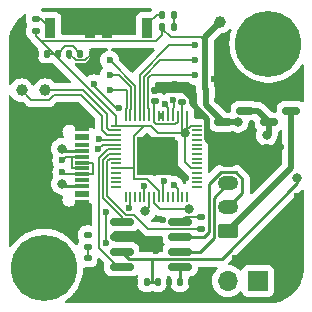
<source format=gbr>
%TF.GenerationSoftware,KiCad,Pcbnew,7.0.7*%
%TF.CreationDate,2024-03-07T17:34:25-08:00*%
%TF.ProjectId,magn_angle_sensor_v2,6d61676e-5f61-46e6-976c-655f73656e73,rev?*%
%TF.SameCoordinates,Original*%
%TF.FileFunction,Copper,L1,Top*%
%TF.FilePolarity,Positive*%
%FSLAX46Y46*%
G04 Gerber Fmt 4.6, Leading zero omitted, Abs format (unit mm)*
G04 Created by KiCad (PCBNEW 7.0.7) date 2024-03-07 17:34:25*
%MOMM*%
%LPD*%
G01*
G04 APERTURE LIST*
G04 Aperture macros list*
%AMRoundRect*
0 Rectangle with rounded corners*
0 $1 Rounding radius*
0 $2 $3 $4 $5 $6 $7 $8 $9 X,Y pos of 4 corners*
0 Add a 4 corners polygon primitive as box body*
4,1,4,$2,$3,$4,$5,$6,$7,$8,$9,$2,$3,0*
0 Add four circle primitives for the rounded corners*
1,1,$1+$1,$2,$3*
1,1,$1+$1,$4,$5*
1,1,$1+$1,$6,$7*
1,1,$1+$1,$8,$9*
0 Add four rect primitives between the rounded corners*
20,1,$1+$1,$2,$3,$4,$5,0*
20,1,$1+$1,$4,$5,$6,$7,0*
20,1,$1+$1,$6,$7,$8,$9,0*
20,1,$1+$1,$8,$9,$2,$3,0*%
G04 Aperture macros list end*
%TA.AperFunction,SMDPad,CuDef*%
%ADD10C,1.000000*%
%TD*%
%TA.AperFunction,SMDPad,CuDef*%
%ADD11RoundRect,0.135000X0.185000X-0.135000X0.185000X0.135000X-0.185000X0.135000X-0.185000X-0.135000X0*%
%TD*%
%TA.AperFunction,SMDPad,CuDef*%
%ADD12R,0.900000X1.700000*%
%TD*%
%TA.AperFunction,SMDPad,CuDef*%
%ADD13RoundRect,0.050000X-0.387500X-0.050000X0.387500X-0.050000X0.387500X0.050000X-0.387500X0.050000X0*%
%TD*%
%TA.AperFunction,SMDPad,CuDef*%
%ADD14RoundRect,0.050000X-0.050000X-0.387500X0.050000X-0.387500X0.050000X0.387500X-0.050000X0.387500X0*%
%TD*%
%TA.AperFunction,SMDPad,CuDef*%
%ADD15R,3.200000X3.200000*%
%TD*%
%TA.AperFunction,SMDPad,CuDef*%
%ADD16RoundRect,0.135000X-0.185000X0.135000X-0.185000X-0.135000X0.185000X-0.135000X0.185000X0.135000X0*%
%TD*%
%TA.AperFunction,SMDPad,CuDef*%
%ADD17RoundRect,0.150000X-0.825000X-0.150000X0.825000X-0.150000X0.825000X0.150000X-0.825000X0.150000X0*%
%TD*%
%TA.AperFunction,SMDPad,CuDef*%
%ADD18RoundRect,0.140000X-0.170000X0.140000X-0.170000X-0.140000X0.170000X-0.140000X0.170000X0.140000X0*%
%TD*%
%TA.AperFunction,SMDPad,CuDef*%
%ADD19RoundRect,0.140000X-0.140000X-0.170000X0.140000X-0.170000X0.140000X0.170000X-0.140000X0.170000X0*%
%TD*%
%TA.AperFunction,SMDPad,CuDef*%
%ADD20RoundRect,0.150000X-0.587500X-0.150000X0.587500X-0.150000X0.587500X0.150000X-0.587500X0.150000X0*%
%TD*%
%TA.AperFunction,ComponentPad*%
%ADD21RoundRect,0.250000X0.625000X-0.350000X0.625000X0.350000X-0.625000X0.350000X-0.625000X-0.350000X0*%
%TD*%
%TA.AperFunction,ComponentPad*%
%ADD22O,1.750000X1.200000*%
%TD*%
%TA.AperFunction,SMDPad,CuDef*%
%ADD23RoundRect,0.135000X-0.135000X-0.185000X0.135000X-0.185000X0.135000X0.185000X-0.135000X0.185000X0*%
%TD*%
%TA.AperFunction,ComponentPad*%
%ADD24C,5.600000*%
%TD*%
%TA.AperFunction,SMDPad,CuDef*%
%ADD25RoundRect,0.140000X0.140000X0.170000X-0.140000X0.170000X-0.140000X-0.170000X0.140000X-0.170000X0*%
%TD*%
%TA.AperFunction,SMDPad,CuDef*%
%ADD26R,1.240000X0.600000*%
%TD*%
%TA.AperFunction,SMDPad,CuDef*%
%ADD27R,1.240000X0.300000*%
%TD*%
%TA.AperFunction,ComponentPad*%
%ADD28O,2.100000X1.000000*%
%TD*%
%TA.AperFunction,ComponentPad*%
%ADD29O,1.800000X1.000000*%
%TD*%
%TA.AperFunction,SMDPad,CuDef*%
%ADD30RoundRect,0.147500X0.172500X-0.147500X0.172500X0.147500X-0.172500X0.147500X-0.172500X-0.147500X0*%
%TD*%
%TA.AperFunction,SMDPad,CuDef*%
%ADD31RoundRect,0.140000X0.170000X-0.140000X0.170000X0.140000X-0.170000X0.140000X-0.170000X-0.140000X0*%
%TD*%
%TA.AperFunction,ComponentPad*%
%ADD32R,1.700000X1.700000*%
%TD*%
%TA.AperFunction,ComponentPad*%
%ADD33O,1.700000X1.700000*%
%TD*%
%TA.AperFunction,SMDPad,CuDef*%
%ADD34RoundRect,0.135000X0.135000X0.185000X-0.135000X0.185000X-0.135000X-0.185000X0.135000X-0.185000X0*%
%TD*%
%TA.AperFunction,ViaPad*%
%ADD35C,0.600000*%
%TD*%
%TA.AperFunction,ViaPad*%
%ADD36C,0.800000*%
%TD*%
%TA.AperFunction,ViaPad*%
%ADD37C,1.000000*%
%TD*%
%TA.AperFunction,Conductor*%
%ADD38C,0.200000*%
%TD*%
%TA.AperFunction,Conductor*%
%ADD39C,0.500000*%
%TD*%
%TA.AperFunction,Conductor*%
%ADD40C,0.150000*%
%TD*%
%TA.AperFunction,Conductor*%
%ADD41C,0.250000*%
%TD*%
G04 APERTURE END LIST*
D10*
%TO.P,TP6,1,1*%
%TO.N,GND*%
X37900000Y-23150000D03*
%TD*%
D11*
%TO.P,R6,1*%
%TO.N,Net-(D1-A)*%
X26700000Y-40210000D03*
%TO.P,R6,2*%
%TO.N,/LED*%
X26700000Y-39190000D03*
%TD*%
%TO.P,R3,1*%
%TO.N,+3.3V*%
X22300000Y-21960000D03*
%TO.P,R3,2*%
%TO.N,/RUN*%
X22300000Y-20940000D03*
%TD*%
D12*
%TO.P,SW2,1,1*%
%TO.N,GND*%
X26900000Y-21700000D03*
%TO.P,SW2,2,2*%
%TO.N,/RUN*%
X23500000Y-21700000D03*
%TD*%
D13*
%TO.P,U5,1,IOVDD*%
%TO.N,+3.3V*%
X29062500Y-29950000D03*
%TO.P,U5,2,GPIO0*%
%TO.N,Net-(U5-GPIO0)*%
X29062500Y-30350000D03*
%TO.P,U5,3,GPIO1*%
%TO.N,Net-(U5-GPIO1)*%
X29062500Y-30750000D03*
%TO.P,U5,4,GPIO2*%
%TO.N,/SDA*%
X29062500Y-31150000D03*
%TO.P,U5,5,GPIO3*%
%TO.N,/SCL*%
X29062500Y-31550000D03*
%TO.P,U5,6,GPIO4*%
%TO.N,/CAN_RX*%
X29062500Y-31950000D03*
%TO.P,U5,7,GPIO5*%
%TO.N,/CAN_TX*%
X29062500Y-32350000D03*
%TO.P,U5,8,GPIO6*%
%TO.N,/CAN_S*%
X29062500Y-32750000D03*
%TO.P,U5,9,GPIO7*%
%TO.N,unconnected-(U5-GPIO7-Pad9)*%
X29062500Y-33150000D03*
%TO.P,U5,10,IOVDD*%
%TO.N,+3.3V*%
X29062500Y-33550000D03*
%TO.P,U5,11,GPIO8*%
%TO.N,unconnected-(U5-GPIO8-Pad11)*%
X29062500Y-33950000D03*
%TO.P,U5,12,GPIO9*%
%TO.N,unconnected-(U5-GPIO9-Pad12)*%
X29062500Y-34350000D03*
%TO.P,U5,13,GPIO10*%
%TO.N,unconnected-(U5-GPIO10-Pad13)*%
X29062500Y-34750000D03*
%TO.P,U5,14,GPIO11*%
%TO.N,unconnected-(U5-GPIO11-Pad14)*%
X29062500Y-35150000D03*
D14*
%TO.P,U5,15,GPIO12*%
%TO.N,unconnected-(U5-GPIO12-Pad15)*%
X29900000Y-35987500D03*
%TO.P,U5,16,GPIO13*%
%TO.N,/LED*%
X30300000Y-35987500D03*
%TO.P,U5,17,GPIO14*%
%TO.N,unconnected-(U5-GPIO14-Pad17)*%
X30700000Y-35987500D03*
%TO.P,U5,18,GPIO15*%
%TO.N,unconnected-(U5-GPIO15-Pad18)*%
X31100000Y-35987500D03*
%TO.P,U5,19,TESTEN*%
%TO.N,GND*%
X31500000Y-35987500D03*
%TO.P,U5,20,XIN*%
%TO.N,Net-(U5-XIN)*%
X31900000Y-35987500D03*
%TO.P,U5,21,XOUT*%
%TO.N,Net-(U5-XOUT)*%
X32300000Y-35987500D03*
%TO.P,U5,22,IOVDD*%
%TO.N,+3.3V*%
X32700000Y-35987500D03*
%TO.P,U5,23,DVDD*%
%TO.N,+1V1*%
X33100000Y-35987500D03*
%TO.P,U5,24,SWCLK*%
%TO.N,unconnected-(U5-SWCLK-Pad24)*%
X33500000Y-35987500D03*
%TO.P,U5,25,SWD*%
%TO.N,unconnected-(U5-SWD-Pad25)*%
X33900000Y-35987500D03*
%TO.P,U5,26,RUN*%
%TO.N,/RUN*%
X34300000Y-35987500D03*
%TO.P,U5,27,GPIO16*%
%TO.N,unconnected-(U5-GPIO16-Pad27)*%
X34700000Y-35987500D03*
%TO.P,U5,28,GPIO17*%
%TO.N,unconnected-(U5-GPIO17-Pad28)*%
X35100000Y-35987500D03*
D13*
%TO.P,U5,29,GPIO18*%
%TO.N,unconnected-(U5-GPIO18-Pad29)*%
X35937500Y-35150000D03*
%TO.P,U5,30,GPIO19*%
%TO.N,unconnected-(U5-GPIO19-Pad30)*%
X35937500Y-34750000D03*
%TO.P,U5,31,GPIO20*%
%TO.N,unconnected-(U5-GPIO20-Pad31)*%
X35937500Y-34350000D03*
%TO.P,U5,32,GPIO21*%
%TO.N,unconnected-(U5-GPIO21-Pad32)*%
X35937500Y-33950000D03*
%TO.P,U5,33,IOVDD*%
%TO.N,+3.3V*%
X35937500Y-33550000D03*
%TO.P,U5,34,GPIO22*%
%TO.N,unconnected-(U5-GPIO22-Pad34)*%
X35937500Y-33150000D03*
%TO.P,U5,35,GPIO23*%
%TO.N,unconnected-(U5-GPIO23-Pad35)*%
X35937500Y-32750000D03*
%TO.P,U5,36,GPIO24*%
%TO.N,unconnected-(U5-GPIO24-Pad36)*%
X35937500Y-32350000D03*
%TO.P,U5,37,GPIO25*%
%TO.N,unconnected-(U5-GPIO25-Pad37)*%
X35937500Y-31950000D03*
%TO.P,U5,38,GPIO26_ADC0*%
%TO.N,unconnected-(U5-GPIO26_ADC0-Pad38)*%
X35937500Y-31550000D03*
%TO.P,U5,39,GPIO27_ADC1*%
%TO.N,unconnected-(U5-GPIO27_ADC1-Pad39)*%
X35937500Y-31150000D03*
%TO.P,U5,40,GPIO28_ADC2*%
%TO.N,unconnected-(U5-GPIO28_ADC2-Pad40)*%
X35937500Y-30750000D03*
%TO.P,U5,41,GPIO29_ADC3*%
%TO.N,unconnected-(U5-GPIO29_ADC3-Pad41)*%
X35937500Y-30350000D03*
%TO.P,U5,42,IOVDD*%
%TO.N,+3.3V*%
X35937500Y-29950000D03*
D14*
%TO.P,U5,43,ADC_AVDD*%
X35100000Y-29112500D03*
%TO.P,U5,44,VREG_IN*%
X34700000Y-29112500D03*
%TO.P,U5,45,VREG_VOUT*%
%TO.N,+1V1*%
X34300000Y-29112500D03*
%TO.P,U5,46,USB_DM*%
%TO.N,Net-(U5-USB_DM)*%
X33900000Y-29112500D03*
%TO.P,U5,47,USB_DP*%
%TO.N,Net-(U5-USB_DP)*%
X33500000Y-29112500D03*
%TO.P,U5,48,USB_VDD*%
%TO.N,+3.3V*%
X33100000Y-29112500D03*
%TO.P,U5,49,IOVDD*%
X32700000Y-29112500D03*
%TO.P,U5,50,DVDD*%
%TO.N,+1V1*%
X32300000Y-29112500D03*
%TO.P,U5,51,QSPI_SD3*%
%TO.N,/QSPI_SD3*%
X31900000Y-29112500D03*
%TO.P,U5,52,QSPI_SCLK*%
%TO.N,/QSPI_SCK*%
X31500000Y-29112500D03*
%TO.P,U5,53,QSPI_SD0*%
%TO.N,/QSPI_SD0*%
X31100000Y-29112500D03*
%TO.P,U5,54,QSPI_SD2*%
%TO.N,/QSPI_SD2*%
X30700000Y-29112500D03*
%TO.P,U5,55,QSPI_SD1*%
%TO.N,/QSPI_SD1*%
X30300000Y-29112500D03*
%TO.P,U5,56,QSPI_SS*%
%TO.N,/QSPI_SS*%
X29900000Y-29112500D03*
D15*
%TO.P,U5,57,GND*%
%TO.N,GND*%
X32500000Y-32550000D03*
%TD*%
D16*
%TO.P,R8,1*%
%TO.N,Net-(U6-S)*%
X36250000Y-37690000D03*
%TO.P,R8,2*%
%TO.N,/CAN_S*%
X36250000Y-38710000D03*
%TD*%
D17*
%TO.P,U6,1,TXD*%
%TO.N,/CAN_TX*%
X29575000Y-38095000D03*
%TO.P,U6,2,GND*%
%TO.N,GND*%
X29575000Y-39365000D03*
%TO.P,U6,3,VCC*%
%TO.N,+5V*%
X29575000Y-40635000D03*
%TO.P,U6,4,RXD*%
%TO.N,/CAN_RX*%
X29575000Y-41905000D03*
%TO.P,U6,5,VREF*%
%TO.N,Net-(U6-VREF)*%
X34525000Y-41905000D03*
%TO.P,U6,6,CANL*%
%TO.N,/CAN_L*%
X34525000Y-40635000D03*
%TO.P,U6,7,CANH*%
%TO.N,/CAN_H*%
X34525000Y-39365000D03*
%TO.P,U6,8,S*%
%TO.N,Net-(U6-S)*%
X34525000Y-38095000D03*
%TD*%
D18*
%TO.P,C15,1*%
%TO.N,GND*%
X32400000Y-26920000D03*
%TO.P,C15,2*%
%TO.N,+1V1*%
X32400000Y-27880000D03*
%TD*%
D19*
%TO.P,C18,2*%
%TO.N,+5V*%
X31680000Y-43200000D03*
%TO.P,C18,1*%
%TO.N,GND*%
X30720000Y-43200000D03*
%TD*%
D20*
%TO.P,U1,1,GND*%
%TO.N,GND*%
X42062500Y-27750000D03*
%TO.P,U1,2,VO*%
%TO.N,+5V*%
X42062500Y-29650000D03*
%TO.P,U1,3,VI*%
%TO.N,+24V*%
X43937500Y-28700000D03*
%TD*%
%TO.P,U2,1,GND*%
%TO.N,GND*%
X38175000Y-27750000D03*
%TO.P,U2,2,VO*%
%TO.N,+3.3V*%
X38175000Y-29650000D03*
%TO.P,U2,3,VI*%
%TO.N,+5V*%
X40050000Y-28700000D03*
%TD*%
D21*
%TO.P,J3,1,Pin_1*%
%TO.N,+24V*%
X38600000Y-38850000D03*
D22*
%TO.P,J3,2,Pin_2*%
%TO.N,/CAN_H*%
X38600000Y-36850000D03*
%TO.P,J3,3,Pin_3*%
%TO.N,/CAN_L*%
X38600000Y-34850000D03*
%TO.P,J3,4,Pin_4*%
%TO.N,GND*%
X38600000Y-32850000D03*
%TD*%
D19*
%TO.P,C7,1*%
%TO.N,GND*%
X22290000Y-23850000D03*
%TO.P,C7,2*%
%TO.N,+3.3V*%
X23250000Y-23850000D03*
%TD*%
D10*
%TO.P,TP5,1,1*%
%TO.N,+3.3V*%
X37900000Y-21150000D03*
%TD*%
D12*
%TO.P,SW1,1,1*%
%TO.N,GND*%
X28350000Y-21700000D03*
%TO.P,SW1,2,2*%
%TO.N,/~{USB_BOOT}*%
X31750000Y-21700000D03*
%TD*%
D23*
%TO.P,R2,1*%
%TO.N,/~{USB_BOOT}*%
X32990000Y-20550000D03*
%TO.P,R2,2*%
%TO.N,/QSPI_SS*%
X34010000Y-20550000D03*
%TD*%
D24*
%TO.P,H2,1*%
%TO.N,N/C*%
X42000000Y-23000000D03*
%TD*%
D25*
%TO.P,C19,2*%
%TO.N,+5V*%
X32620000Y-43200000D03*
%TO.P,C19,1*%
%TO.N,GND*%
X33580000Y-43200000D03*
%TD*%
%TO.P,C9,1*%
%TO.N,GND*%
X27030000Y-23850000D03*
%TO.P,C9,2*%
%TO.N,+3.3V*%
X26070000Y-23850000D03*
%TD*%
D26*
%TO.P,J2,A1,GND*%
%TO.N,GND*%
X26250000Y-30130000D03*
%TO.P,J2,A4,VBUS*%
%TO.N,VBUS*%
X26250000Y-30930000D03*
D27*
%TO.P,J2,A5,CC1*%
%TO.N,Net-(J2-CC1)*%
X26250000Y-32080000D03*
%TO.P,J2,A6,D+*%
%TO.N,/USB_D+*%
X26250000Y-33080000D03*
%TO.P,J2,A7,D-*%
%TO.N,/USB_D-*%
X26250000Y-33580000D03*
%TO.P,J2,A8,SBU1*%
%TO.N,unconnected-(J2-SBU1-PadA8)*%
X26250000Y-34580000D03*
D26*
%TO.P,J2,A9,VBUS*%
%TO.N,VBUS*%
X26250000Y-35730000D03*
%TO.P,J2,A12,GND*%
%TO.N,GND*%
X26250000Y-36530000D03*
%TO.P,J2,B1,GND*%
X26250000Y-36530000D03*
%TO.P,J2,B4,VBUS*%
%TO.N,VBUS*%
X26250000Y-35730000D03*
D27*
%TO.P,J2,B5,CC2*%
%TO.N,Net-(J2-CC2)*%
X26250000Y-35080000D03*
%TO.P,J2,B6,D+*%
%TO.N,/USB_D+*%
X26250000Y-34080000D03*
%TO.P,J2,B7,D-*%
%TO.N,/USB_D-*%
X26250000Y-32580000D03*
%TO.P,J2,B8,SBU2*%
%TO.N,unconnected-(J2-SBU2-PadB8)*%
X26250000Y-31580000D03*
D26*
%TO.P,J2,B9,VBUS*%
%TO.N,VBUS*%
X26250000Y-30930000D03*
%TO.P,J2,B12,GND*%
%TO.N,GND*%
X26250000Y-30130000D03*
D28*
%TO.P,J2,S1,SHIELD*%
X25650000Y-29010000D03*
D29*
X21450000Y-29010000D03*
D28*
X25650000Y-37650000D03*
D29*
X21450000Y-37650000D03*
%TD*%
D24*
%TO.P,H1,1*%
%TO.N,N/C*%
X23000000Y-42000000D03*
%TD*%
D25*
%TO.P,C8,1*%
%TO.N,GND*%
X25130000Y-23850000D03*
%TO.P,C8,2*%
%TO.N,+3.3V*%
X24170000Y-23850000D03*
%TD*%
D30*
%TO.P,D1,1,K*%
%TO.N,GND*%
X26700000Y-42135000D03*
%TO.P,D1,2,A*%
%TO.N,Net-(D1-A)*%
X26700000Y-41165000D03*
%TD*%
D10*
%TO.P,TP1,1,1*%
%TO.N,Net-(U5-GPIO0)*%
X23100000Y-26950000D03*
%TD*%
%TO.P,TP2,1,1*%
%TO.N,Net-(U5-GPIO1)*%
X21100000Y-26950000D03*
%TD*%
D31*
%TO.P,C16,1*%
%TO.N,+3.3V*%
X34700000Y-27930000D03*
%TO.P,C16,2*%
%TO.N,GND*%
X34700000Y-26970000D03*
%TD*%
D32*
%TO.P,J1,1,Pin_1*%
%TO.N,Net-(J1-Pin_1)*%
X41100000Y-43100000D03*
D33*
%TO.P,J1,2,Pin_2*%
%TO.N,/CAN_H*%
X38560000Y-43100000D03*
%TD*%
D19*
%TO.P,C22,2*%
%TO.N,GND*%
X35480000Y-43200000D03*
%TO.P,C22,1*%
%TO.N,Net-(U6-VREF)*%
X34520000Y-43200000D03*
%TD*%
D34*
%TO.P,R1,1*%
%TO.N,/QSPI_SS*%
X34010000Y-21600000D03*
%TO.P,R1,2*%
%TO.N,+3.3V*%
X32990000Y-21600000D03*
%TD*%
D35*
%TO.N,GND*%
X20990000Y-25430000D03*
X32377170Y-27047330D03*
%TO.N,+1V1*%
X32410000Y-27860000D03*
%TO.N,GND*%
X31423576Y-35049500D03*
D36*
X23900000Y-30650000D03*
D35*
%TO.N,+3.3V*%
X36700000Y-26955000D03*
X32900000Y-29150000D03*
D36*
X39420000Y-29650000D03*
X34916849Y-30544816D03*
D35*
%TO.N,+1V1*%
X33150000Y-34649502D03*
D36*
%TO.N,+5V*%
X41850000Y-30770000D03*
X44450000Y-34400000D03*
D35*
%TO.N,VBUS*%
X26250000Y-30930000D03*
X26250000Y-35730000D03*
%TO.N,/USB_D+*%
X24510000Y-33900000D03*
%TO.N,/USB_D-*%
X24510000Y-32900000D03*
%TO.N,/LED*%
X30200000Y-36945500D03*
X26700000Y-39190000D03*
%TO.N,/RUN*%
X33986891Y-35010391D03*
X29326355Y-28489056D03*
X27213911Y-26416089D03*
X23500000Y-21700000D03*
%TO.N,/QSPI_SS*%
X34000000Y-21600000D03*
X28550000Y-26955000D03*
%TO.N,/SCL*%
X27579657Y-31933310D03*
%TO.N,/SDA*%
X28224500Y-39900000D03*
X27647372Y-31069947D03*
X28224500Y-37250000D03*
%TO.N,/QSPI_SD3*%
X35750000Y-25685000D03*
%TO.N,/QSPI_SCK*%
X35750000Y-24415000D03*
%TO.N,/QSPI_SD0*%
X35750000Y-23145000D03*
%TO.N,/QSPI_SD2*%
X28550000Y-24415000D03*
%TO.N,/QSPI_SD1*%
X28550000Y-25685000D03*
%TO.N,GND*%
X40900000Y-26750000D03*
X29900000Y-39300000D03*
X31550000Y-39650000D03*
X24240000Y-25930000D03*
X22300000Y-23850000D03*
X35000500Y-34386667D03*
X41500000Y-33600000D03*
X32500000Y-32550000D03*
D37*
X30650000Y-24150000D03*
X28350000Y-21650000D03*
X38200000Y-27800000D03*
D35*
X32500000Y-40550000D03*
X41850000Y-31750000D03*
X37400000Y-26000000D03*
X27050000Y-23850000D03*
X43000000Y-26750000D03*
X34100000Y-26450000D03*
X25700000Y-44400000D03*
X44200000Y-40300000D03*
D37*
X26900000Y-21700000D03*
D35*
X25250000Y-39000000D03*
X44050000Y-26750000D03*
X39200000Y-41200000D03*
X33600000Y-43200000D03*
X41950000Y-26750000D03*
X35500000Y-43200000D03*
X43050000Y-31750000D03*
X44400000Y-35950000D03*
X33050000Y-37900000D03*
D36*
%TO.N,Net-(J2-CC1)*%
X24510000Y-31900000D03*
%TO.N,Net-(J2-CC2)*%
X24510000Y-34900000D03*
%TO.N,Net-(U5-XIN)*%
X31550000Y-37200000D03*
D35*
%TO.N,Net-(U5-USB_DP)*%
X33198980Y-28152712D03*
%TO.N,Net-(U5-USB_DM)*%
X33889054Y-27748978D03*
D36*
%TO.N,Net-(U5-XOUT)*%
X35261286Y-37014896D03*
%TD*%
D38*
%TO.N,Net-(U5-USB_DP)*%
X33198980Y-28152712D02*
X33500000Y-28453732D01*
X33500000Y-28453732D02*
X33500000Y-29112500D01*
%TO.N,Net-(U5-USB_DM)*%
X33900000Y-28500626D02*
X33900000Y-29112500D01*
X34014103Y-27874027D02*
X34014103Y-28386523D01*
X33889054Y-27748978D02*
X34014103Y-27874027D01*
X34014103Y-28386523D02*
X33900000Y-28500626D01*
D39*
%TO.N,GND*%
X32454500Y-26970000D02*
X34700000Y-26970000D01*
X32377170Y-27047330D02*
X32454500Y-26970000D01*
D40*
%TO.N,/QSPI_SD3*%
X32054948Y-25685000D02*
X35750000Y-25685000D01*
X31800000Y-28420407D02*
X31800000Y-25939948D01*
X31900000Y-28520407D02*
X31800000Y-28420407D01*
X31900000Y-29112500D02*
X31900000Y-28520407D01*
X31800000Y-25939948D02*
X32054948Y-25685000D01*
%TO.N,/RUN*%
X29129461Y-28489056D02*
X29326355Y-28489056D01*
X27213911Y-26573506D02*
X29129461Y-28489056D01*
X27213911Y-26416089D02*
X27213911Y-26573506D01*
D38*
%TO.N,/SDA*%
X28224500Y-37250000D02*
X28224500Y-39900000D01*
D40*
%TO.N,/CAN_TX*%
X29575000Y-37649974D02*
X29575000Y-38095000D01*
X28000000Y-32820407D02*
X28000000Y-36074974D01*
X28000000Y-36074974D02*
X29575000Y-37649974D01*
X28470407Y-32350000D02*
X28000000Y-32820407D01*
X29062500Y-32350000D02*
X28470407Y-32350000D01*
%TO.N,/CAN_S*%
X31810000Y-38710000D02*
X36250000Y-38710000D01*
X29940000Y-37520000D02*
X30620000Y-37520000D01*
X28350000Y-35930000D02*
X29940000Y-37520000D01*
X28565381Y-32750000D02*
X28350000Y-32965381D01*
X29062500Y-32750000D02*
X28565381Y-32750000D01*
X28350000Y-32965381D02*
X28350000Y-35930000D01*
X30620000Y-37520000D02*
X31810000Y-38710000D01*
%TO.N,/RUN*%
X33986891Y-35010391D02*
X34300000Y-35323500D01*
X34300000Y-35323500D02*
X34300000Y-35987500D01*
D39*
%TO.N,GND*%
X35500000Y-28050000D02*
X36825000Y-29375000D01*
X36825000Y-29375000D02*
X36825000Y-31075000D01*
X35500000Y-27585614D02*
X35500000Y-28050000D01*
X34884386Y-26970000D02*
X35500000Y-27585614D01*
X34700000Y-26970000D02*
X34884386Y-26970000D01*
X36825000Y-31075000D02*
X38600000Y-32850000D01*
X34620000Y-26970000D02*
X34100000Y-26450000D01*
X34700000Y-26970000D02*
X34620000Y-26970000D01*
%TO.N,+3.3V*%
X36700000Y-28175000D02*
X38175000Y-29650000D01*
X36700000Y-26955000D02*
X36700000Y-28175000D01*
X36600000Y-26855000D02*
X36700000Y-26955000D01*
X36600000Y-26105000D02*
X36600000Y-26855000D01*
D40*
%TO.N,GND*%
X31500000Y-35125924D02*
X31423576Y-35049500D01*
X31500000Y-35987500D02*
X31500000Y-35125924D01*
D38*
%TO.N,Net-(U5-XIN)*%
X31550000Y-37200000D02*
X31900000Y-36850000D01*
X31900000Y-36850000D02*
X31900000Y-35987500D01*
D40*
%TO.N,+3.3V*%
X32990000Y-21727315D02*
X33732685Y-22470000D01*
D38*
X32700000Y-29112500D02*
X32862500Y-29112500D01*
X30600000Y-30800000D02*
X31450000Y-29950000D01*
X23250000Y-23850000D02*
X23800000Y-23850000D01*
X29062500Y-33550000D02*
X30600000Y-33550000D01*
X34700000Y-30327967D02*
X34916849Y-30544816D01*
X32862500Y-29112500D02*
X32900000Y-29150000D01*
X25460000Y-23240000D02*
X24780000Y-23240000D01*
X32039339Y-29950000D02*
X32634155Y-30544816D01*
X22300000Y-21960000D02*
X22300000Y-22350000D01*
D40*
X32990000Y-22310000D02*
X32990000Y-21600000D01*
D38*
X23850000Y-23900000D02*
X22300000Y-22350000D01*
X29062500Y-29112500D02*
X23850000Y-23900000D01*
X24780000Y-23240000D02*
X24170000Y-23850000D01*
X32900000Y-29150000D02*
X32937500Y-29112500D01*
D39*
X38175000Y-29650000D02*
X39420000Y-29650000D01*
D38*
X35405025Y-33550000D02*
X34916849Y-33061824D01*
X35100000Y-29112500D02*
X35100000Y-30361665D01*
X24170000Y-23850000D02*
X23900000Y-23850000D01*
X30600000Y-34450000D02*
X30600000Y-33550000D01*
D40*
X33732685Y-22470000D02*
X36277082Y-22470000D01*
X32475000Y-22825000D02*
X32990000Y-22310000D01*
D39*
X36600000Y-22450000D02*
X36600000Y-26105000D01*
D40*
X22300000Y-22350000D02*
X22775000Y-22825000D01*
D38*
X29062500Y-29950000D02*
X29062500Y-29112500D01*
X35405025Y-29950000D02*
X34916849Y-30438176D01*
X35100000Y-30361665D02*
X34916849Y-30544816D01*
X31450000Y-29950000D02*
X32039339Y-29950000D01*
D40*
X36600000Y-22792918D02*
X36600000Y-26105000D01*
D38*
X30600000Y-33550000D02*
X30600000Y-30800000D01*
X32937500Y-29112500D02*
X33100000Y-29112500D01*
X32700000Y-35987500D02*
X32700000Y-35455025D01*
X26070000Y-23850000D02*
X25460000Y-23240000D01*
D40*
X36277082Y-22470000D02*
X36600000Y-22792918D01*
D38*
X31694975Y-34450000D02*
X30600000Y-34450000D01*
X34700000Y-29112500D02*
X34700000Y-27930000D01*
X35937500Y-29950000D02*
X35405025Y-29950000D01*
X32700000Y-35455025D02*
X31694975Y-34450000D01*
X23800000Y-23850000D02*
X23850000Y-23900000D01*
D39*
X37900000Y-21150000D02*
X36600000Y-22450000D01*
D38*
X29062500Y-29950000D02*
X32039339Y-29950000D01*
D40*
X22775000Y-22825000D02*
X32475000Y-22825000D01*
D38*
X34916849Y-30438176D02*
X34916849Y-30544816D01*
X34700000Y-29112500D02*
X34700000Y-30327967D01*
X23900000Y-23850000D02*
X23850000Y-23900000D01*
X35937500Y-33550000D02*
X35405025Y-33550000D01*
D40*
X32990000Y-21600000D02*
X32990000Y-21727315D01*
D38*
X34916849Y-33061824D02*
X34916849Y-30544816D01*
X32634155Y-30544816D02*
X34916849Y-30544816D01*
%TO.N,+1V1*%
X32300000Y-29112500D02*
X32300000Y-27980000D01*
X32300000Y-29644975D02*
X32300000Y-29112500D01*
X34094975Y-29850000D02*
X32505025Y-29850000D01*
X32300000Y-27980000D02*
X32400000Y-27880000D01*
X32505025Y-29850000D02*
X32300000Y-29644975D01*
X34300000Y-29112500D02*
X34300000Y-29644975D01*
D40*
X33100000Y-34699502D02*
X33100000Y-35987500D01*
X33150000Y-34649502D02*
X33100000Y-34699502D01*
D38*
X34300000Y-29644975D02*
X34094975Y-29850000D01*
D39*
%TO.N,+24V*%
X38600000Y-38850000D02*
X43937500Y-33512500D01*
X43937500Y-33512500D02*
X43937500Y-28700000D01*
D41*
%TO.N,+5V*%
X31680000Y-43200000D02*
X32150000Y-43200000D01*
D39*
X41150000Y-28700000D02*
X40050000Y-28700000D01*
D41*
X32150000Y-43200000D02*
X32620000Y-43200000D01*
X30200000Y-41260000D02*
X32150000Y-41260000D01*
D39*
X42062500Y-29650000D02*
X42062500Y-29612500D01*
D41*
X38040000Y-41260000D02*
X32150000Y-41260000D01*
X29575000Y-40635000D02*
X30200000Y-41260000D01*
X44450000Y-34850000D02*
X38040000Y-41260000D01*
X44450000Y-34400000D02*
X44450000Y-34850000D01*
D39*
X42062500Y-30557500D02*
X41850000Y-30770000D01*
D41*
X32150000Y-43200000D02*
X32150000Y-41260000D01*
D39*
X42062500Y-29650000D02*
X42062500Y-30557500D01*
X42062500Y-29612500D02*
X41150000Y-28700000D01*
D40*
%TO.N,Net-(D1-A)*%
X26700000Y-40210000D02*
X26700000Y-41165000D01*
D38*
%TO.N,/USB_D+*%
X24690000Y-34080000D02*
X24510000Y-33900000D01*
X27120000Y-33080000D02*
X27170000Y-33130000D01*
X26250000Y-34080000D02*
X24690000Y-34080000D01*
X27170000Y-33130000D02*
X27170000Y-34030000D01*
X27170000Y-34030000D02*
X27120000Y-34080000D01*
X26250000Y-33080000D02*
X27120000Y-33080000D01*
X27120000Y-34080000D02*
X26250000Y-34080000D01*
%TO.N,/USB_D-*%
X26250000Y-32580000D02*
X24830000Y-32580000D01*
X25330000Y-32630000D02*
X25330000Y-33530000D01*
X25330000Y-33530000D02*
X25380000Y-33580000D01*
X25380000Y-32580000D02*
X25330000Y-32630000D01*
X24830000Y-32580000D02*
X24510000Y-32900000D01*
X25380000Y-33580000D02*
X26250000Y-33580000D01*
X26250000Y-32580000D02*
X25380000Y-32580000D01*
D40*
%TO.N,/LED*%
X30300000Y-36845500D02*
X30200000Y-36945500D01*
X30300000Y-35987500D02*
X30300000Y-36845500D01*
D38*
%TO.N,/RUN*%
X22300000Y-20940000D02*
X22740000Y-20940000D01*
X22740000Y-20940000D02*
X23500000Y-21700000D01*
D40*
%TO.N,/~{USB_BOOT}*%
X32550000Y-20550000D02*
X32990000Y-20550000D01*
X31750000Y-21700000D02*
X31750000Y-21350000D01*
X31750000Y-21350000D02*
X32550000Y-20550000D01*
%TO.N,/QSPI_SS*%
X34000000Y-21600000D02*
X34010000Y-21600000D01*
X30000000Y-26955000D02*
X28550000Y-26955000D01*
X34010000Y-20550000D02*
X34000000Y-21600000D01*
X29900000Y-28520407D02*
X30000000Y-28420407D01*
X30000000Y-28420407D02*
X30000000Y-26955000D01*
X29900000Y-29112500D02*
X29900000Y-28520407D01*
%TO.N,/SCL*%
X27962967Y-31550000D02*
X29062500Y-31550000D01*
X27579657Y-31933310D02*
X27962967Y-31550000D01*
%TO.N,/SDA*%
X27647372Y-31069947D02*
X27727425Y-31150000D01*
X27727425Y-31150000D02*
X29062500Y-31150000D01*
%TO.N,/CAN_RX*%
X27650000Y-40286041D02*
X29268959Y-41905000D01*
X29268959Y-41905000D02*
X29575000Y-41905000D01*
X28375433Y-31950000D02*
X27650000Y-32675433D01*
X29062500Y-31950000D02*
X28375433Y-31950000D01*
X27650000Y-32675433D02*
X27650000Y-40286041D01*
%TO.N,/QSPI_SCK*%
X31500000Y-29112500D02*
X31500000Y-28615381D01*
X31500000Y-28615381D02*
X31450000Y-28565381D01*
X31450000Y-25794974D02*
X32829974Y-24415000D01*
X31450000Y-28565381D02*
X31450000Y-25794974D01*
X32829974Y-24415000D02*
X35750000Y-24415000D01*
%TO.N,/QSPI_SD0*%
X31100000Y-25650000D02*
X33605000Y-23145000D01*
X31100000Y-29112500D02*
X31100000Y-25650000D01*
X33605000Y-23145000D02*
X35750000Y-23145000D01*
%TO.N,/QSPI_SD2*%
X30700000Y-29112500D02*
X30700000Y-26565000D01*
X30700000Y-26565000D02*
X28550000Y-24415000D01*
%TO.N,/QSPI_SD1*%
X30350000Y-26709974D02*
X29325026Y-25685000D01*
X30350000Y-28565381D02*
X30350000Y-26709974D01*
X30300000Y-29112500D02*
X30300000Y-28615381D01*
X30300000Y-28615381D02*
X30350000Y-28565381D01*
X29325026Y-25685000D02*
X28550000Y-25685000D01*
%TO.N,GND*%
X25130000Y-23850000D02*
X25715000Y-24435000D01*
D39*
X32500000Y-32550000D02*
X33163833Y-32550000D01*
X33163833Y-32550000D02*
X35000500Y-34386667D01*
D40*
X25715000Y-24435000D02*
X26465000Y-24435000D01*
X26465000Y-24435000D02*
X27050000Y-23850000D01*
D41*
%TO.N,Net-(J2-CC1)*%
X24690000Y-32080000D02*
X24510000Y-31900000D01*
X26250000Y-32080000D02*
X24690000Y-32080000D01*
%TO.N,Net-(J2-CC2)*%
X24690000Y-35080000D02*
X24510000Y-34900000D01*
X26250000Y-35080000D02*
X24690000Y-35080000D01*
%TO.N,Net-(U6-VREF)*%
X34525000Y-41905000D02*
X34525000Y-43195000D01*
X34525000Y-43195000D02*
X34530000Y-43200000D01*
%TO.N,/CAN_H*%
X39800000Y-35650000D02*
X38600000Y-36850000D01*
X36950000Y-34916852D02*
X37966852Y-33900000D01*
X39233148Y-33900000D02*
X39800000Y-34466852D01*
X34525000Y-39365000D02*
X36565538Y-39365000D01*
X36565538Y-39365000D02*
X36950000Y-38980538D01*
X37966852Y-33900000D02*
X39233148Y-33900000D01*
X39800000Y-34466852D02*
X39800000Y-35650000D01*
X36950000Y-38980538D02*
X36950000Y-34916852D01*
%TO.N,/CAN_L*%
X37400000Y-39438173D02*
X37400000Y-36050000D01*
X37400000Y-36050000D02*
X38600000Y-34850000D01*
X34525000Y-40635000D02*
X36203173Y-40635000D01*
X36203173Y-40635000D02*
X37400000Y-39438173D01*
D38*
%TO.N,Net-(U5-XOUT)*%
X32300000Y-35987500D02*
X32300000Y-36519975D01*
X32300000Y-36519975D02*
X32794921Y-37014896D01*
X32794921Y-37014896D02*
X35261286Y-37014896D01*
D40*
%TO.N,Net-(U6-S)*%
X36250000Y-37690000D02*
X34930000Y-37690000D01*
X34930000Y-37690000D02*
X34525000Y-38095000D01*
D38*
%TO.N,Net-(U5-GPIO0)*%
X28325000Y-30144975D02*
X28530025Y-30350000D01*
X26334314Y-26950000D02*
X28325000Y-28940686D01*
X28530025Y-30350000D02*
X29062500Y-30350000D01*
X28325000Y-28940686D02*
X28325000Y-30144975D01*
X23100000Y-26950000D02*
X26334314Y-26950000D01*
%TO.N,Net-(U5-GPIO1)*%
X23831371Y-27350000D02*
X23431371Y-27750000D01*
X26168628Y-27350000D02*
X23831371Y-27350000D01*
X21900000Y-27750000D02*
X21100000Y-26950000D01*
X27925000Y-29106372D02*
X26168628Y-27350000D01*
X28364339Y-30750000D02*
X27925000Y-30310660D01*
X29062500Y-30750000D02*
X28364339Y-30750000D01*
X23431371Y-27750000D02*
X21900000Y-27750000D01*
X27925000Y-30310660D02*
X27925000Y-29106372D01*
%TD*%
%TA.AperFunction,Conductor*%
%TO.N,GND*%
G36*
X44918834Y-35368269D02*
G01*
X44974767Y-35410141D01*
X44999184Y-35475605D01*
X44999500Y-35484451D01*
X44999500Y-41998376D01*
X44999415Y-42001622D01*
X44992509Y-42133382D01*
X44982196Y-42317013D01*
X44981530Y-42323240D01*
X44957394Y-42475630D01*
X44929778Y-42638163D01*
X44928541Y-42643827D01*
X44887579Y-42796702D01*
X44842916Y-42951725D01*
X44841221Y-42956781D01*
X44783877Y-43106170D01*
X44722643Y-43254001D01*
X44720604Y-43258423D01*
X44647488Y-43401921D01*
X44570364Y-43541467D01*
X44568097Y-43545246D01*
X44480019Y-43680872D01*
X44387862Y-43810755D01*
X44385480Y-43813896D01*
X44284385Y-43938738D01*
X44282431Y-43941034D01*
X44177260Y-44058721D01*
X44174870Y-44061248D01*
X44061248Y-44174870D01*
X44058721Y-44177260D01*
X43941034Y-44282431D01*
X43938738Y-44284385D01*
X43813896Y-44385480D01*
X43810755Y-44387862D01*
X43680872Y-44480019D01*
X43545246Y-44568097D01*
X43541467Y-44570364D01*
X43401921Y-44647488D01*
X43258423Y-44720604D01*
X43254001Y-44722643D01*
X43106170Y-44783877D01*
X42956781Y-44841221D01*
X42951725Y-44842916D01*
X42796702Y-44887579D01*
X42643827Y-44928541D01*
X42638163Y-44929778D01*
X42475630Y-44957394D01*
X42323240Y-44981530D01*
X42317013Y-44982196D01*
X42133382Y-44992509D01*
X42001622Y-44999415D01*
X41998376Y-44999500D01*
X24863253Y-44999500D01*
X24796214Y-44979815D01*
X24750459Y-44927011D01*
X24740515Y-44857853D01*
X24769540Y-44794297D01*
X24799322Y-44769251D01*
X24854919Y-44735800D01*
X25139837Y-44519211D01*
X25399668Y-44273086D01*
X25631365Y-44000311D01*
X25832211Y-43704085D01*
X25999853Y-43387880D01*
X26132324Y-43055403D01*
X26228071Y-42710552D01*
X26261160Y-42508717D01*
X26285970Y-42357385D01*
X26285970Y-42357382D01*
X26285972Y-42357371D01*
X26301267Y-42075258D01*
X26324552Y-42009384D01*
X26379755Y-41966555D01*
X26434811Y-41958355D01*
X26459933Y-41960332D01*
X26462059Y-41960500D01*
X26462060Y-41960500D01*
X26937942Y-41960500D01*
X26956307Y-41959054D01*
X26974675Y-41957609D01*
X26974677Y-41957608D01*
X26974679Y-41957608D01*
X27131892Y-41911933D01*
X27131893Y-41911932D01*
X27131897Y-41911931D01*
X27272820Y-41828590D01*
X27388590Y-41712820D01*
X27471931Y-41571897D01*
X27471932Y-41571893D01*
X27471933Y-41571892D01*
X27517608Y-41414679D01*
X27517609Y-41414673D01*
X27520500Y-41377942D01*
X27520500Y-41269783D01*
X27540185Y-41202744D01*
X27592989Y-41156989D01*
X27662147Y-41147045D01*
X27725703Y-41176070D01*
X27732181Y-41182102D01*
X28073083Y-41523004D01*
X28106568Y-41584327D01*
X28104482Y-41645268D01*
X28102403Y-41652423D01*
X28102401Y-41652437D01*
X28099500Y-41689304D01*
X28099500Y-42120696D01*
X28102401Y-42157567D01*
X28102402Y-42157573D01*
X28148254Y-42315393D01*
X28148255Y-42315396D01*
X28148256Y-42315398D01*
X28172201Y-42355887D01*
X28231917Y-42456862D01*
X28231923Y-42456870D01*
X28348129Y-42573076D01*
X28348133Y-42573079D01*
X28348135Y-42573081D01*
X28489602Y-42656744D01*
X28531224Y-42668836D01*
X28647426Y-42702597D01*
X28647429Y-42702597D01*
X28647431Y-42702598D01*
X28659722Y-42703565D01*
X28684304Y-42705500D01*
X28684306Y-42705500D01*
X30465696Y-42705500D01*
X30484131Y-42704049D01*
X30502569Y-42702598D01*
X30502571Y-42702597D01*
X30502573Y-42702597D01*
X30544191Y-42690505D01*
X30660398Y-42656744D01*
X30792526Y-42578603D01*
X30860249Y-42561421D01*
X30926511Y-42583581D01*
X30970275Y-42638047D01*
X30977644Y-42707527D01*
X30962379Y-42748455D01*
X30947506Y-42773604D01*
X30947504Y-42773609D01*
X30902357Y-42929002D01*
X30902356Y-42929008D01*
X30899500Y-42965308D01*
X30899500Y-43434692D01*
X30902356Y-43470991D01*
X30902357Y-43470997D01*
X30947504Y-43626390D01*
X30947505Y-43626393D01*
X31029881Y-43765684D01*
X31029887Y-43765692D01*
X31144307Y-43880112D01*
X31144311Y-43880115D01*
X31144313Y-43880117D01*
X31283605Y-43962494D01*
X31283612Y-43962496D01*
X31439002Y-44007642D01*
X31439005Y-44007642D01*
X31439007Y-44007643D01*
X31451107Y-44008595D01*
X31475308Y-44010500D01*
X31475310Y-44010500D01*
X31884692Y-44010500D01*
X31902841Y-44009071D01*
X31920993Y-44007643D01*
X31920995Y-44007642D01*
X31920997Y-44007642D01*
X31961975Y-43995736D01*
X32076395Y-43962494D01*
X32086875Y-43956295D01*
X32154597Y-43939110D01*
X32213118Y-43956292D01*
X32223605Y-43962494D01*
X32223610Y-43962495D01*
X32223611Y-43962496D01*
X32379002Y-44007642D01*
X32379005Y-44007642D01*
X32379007Y-44007643D01*
X32391107Y-44008595D01*
X32415308Y-44010500D01*
X32415310Y-44010500D01*
X32824692Y-44010500D01*
X32842841Y-44009071D01*
X32860993Y-44007643D01*
X32860995Y-44007642D01*
X32860997Y-44007642D01*
X32901975Y-43995736D01*
X33016395Y-43962494D01*
X33155687Y-43880117D01*
X33270117Y-43765687D01*
X33352494Y-43626395D01*
X33397643Y-43470993D01*
X33400500Y-43434690D01*
X33400500Y-42965310D01*
X33397643Y-42929007D01*
X33378928Y-42864592D01*
X33370311Y-42834930D01*
X33370510Y-42765061D01*
X33408452Y-42706391D01*
X33472090Y-42677547D01*
X33523982Y-42681258D01*
X33597431Y-42702598D01*
X33609722Y-42703565D01*
X33634304Y-42705500D01*
X33634306Y-42705500D01*
X33642139Y-42705500D01*
X33709178Y-42725185D01*
X33754933Y-42777989D01*
X33764877Y-42847147D01*
X33761216Y-42864095D01*
X33742356Y-42929010D01*
X33739500Y-42965308D01*
X33739500Y-43434692D01*
X33742356Y-43470991D01*
X33742357Y-43470997D01*
X33787504Y-43626390D01*
X33787505Y-43626393D01*
X33869881Y-43765684D01*
X33869887Y-43765692D01*
X33984307Y-43880112D01*
X33984311Y-43880115D01*
X33984313Y-43880117D01*
X34123605Y-43962494D01*
X34123612Y-43962496D01*
X34279002Y-44007642D01*
X34279005Y-44007642D01*
X34279007Y-44007643D01*
X34291107Y-44008595D01*
X34315308Y-44010500D01*
X34315310Y-44010500D01*
X34724692Y-44010500D01*
X34742841Y-44009071D01*
X34760993Y-44007643D01*
X34760995Y-44007642D01*
X34760997Y-44007642D01*
X34801975Y-43995736D01*
X34916395Y-43962494D01*
X35055687Y-43880117D01*
X35170117Y-43765687D01*
X35252494Y-43626395D01*
X35297643Y-43470993D01*
X35300500Y-43434690D01*
X35300500Y-42965310D01*
X35297643Y-42929007D01*
X35278784Y-42864094D01*
X35278984Y-42794225D01*
X35316927Y-42735555D01*
X35380565Y-42706712D01*
X35397861Y-42705500D01*
X35415696Y-42705500D01*
X35434131Y-42704049D01*
X35452569Y-42702598D01*
X35452571Y-42702597D01*
X35452573Y-42702597D01*
X35494191Y-42690505D01*
X35610398Y-42656744D01*
X35751865Y-42573081D01*
X35868081Y-42456865D01*
X35951744Y-42315398D01*
X35997598Y-42157569D01*
X35999053Y-42139083D01*
X36000500Y-42120696D01*
X36000500Y-42009500D01*
X36020185Y-41942461D01*
X36072989Y-41896706D01*
X36124500Y-41885500D01*
X37565241Y-41885500D01*
X37632280Y-41905185D01*
X37678035Y-41957989D01*
X37687979Y-42027147D01*
X37658954Y-42090703D01*
X37652922Y-42097181D01*
X37521505Y-42228597D01*
X37385965Y-42422169D01*
X37385964Y-42422171D01*
X37286098Y-42636335D01*
X37286094Y-42636344D01*
X37224938Y-42864586D01*
X37224936Y-42864596D01*
X37204341Y-43099999D01*
X37204341Y-43100000D01*
X37224936Y-43335403D01*
X37224938Y-43335413D01*
X37286094Y-43563655D01*
X37286096Y-43563659D01*
X37286097Y-43563663D01*
X37320030Y-43636432D01*
X37385965Y-43777830D01*
X37385967Y-43777834D01*
X37457587Y-43880117D01*
X37521505Y-43971401D01*
X37688599Y-44138495D01*
X37785384Y-44206264D01*
X37882165Y-44274032D01*
X37882167Y-44274033D01*
X37882170Y-44274035D01*
X38096337Y-44373903D01*
X38324592Y-44435063D01*
X38501034Y-44450500D01*
X38559999Y-44455659D01*
X38560000Y-44455659D01*
X38560001Y-44455659D01*
X38618966Y-44450500D01*
X38795408Y-44435063D01*
X39023663Y-44373903D01*
X39237830Y-44274035D01*
X39431401Y-44138495D01*
X39553329Y-44016566D01*
X39614648Y-43983084D01*
X39684340Y-43988068D01*
X39740274Y-44029939D01*
X39757189Y-44060917D01*
X39806202Y-44192328D01*
X39806206Y-44192335D01*
X39892452Y-44307544D01*
X39892455Y-44307547D01*
X40007664Y-44393793D01*
X40007671Y-44393797D01*
X40142517Y-44444091D01*
X40142516Y-44444091D01*
X40149444Y-44444835D01*
X40202127Y-44450500D01*
X41997872Y-44450499D01*
X42057483Y-44444091D01*
X42192331Y-44393796D01*
X42307546Y-44307546D01*
X42393796Y-44192331D01*
X42444091Y-44057483D01*
X42450500Y-43997873D01*
X42450499Y-42202128D01*
X42444091Y-42142517D01*
X42442810Y-42139083D01*
X42393797Y-42007671D01*
X42393793Y-42007664D01*
X42307547Y-41892455D01*
X42307544Y-41892452D01*
X42192335Y-41806206D01*
X42192328Y-41806202D01*
X42057482Y-41755908D01*
X42057483Y-41755908D01*
X41997883Y-41749501D01*
X41997881Y-41749500D01*
X41997873Y-41749500D01*
X41997864Y-41749500D01*
X40202129Y-41749500D01*
X40202123Y-41749501D01*
X40142516Y-41755908D01*
X40007671Y-41806202D01*
X40007664Y-41806206D01*
X39892455Y-41892452D01*
X39892452Y-41892455D01*
X39806206Y-42007664D01*
X39806203Y-42007669D01*
X39757189Y-42139083D01*
X39715317Y-42195016D01*
X39649853Y-42219433D01*
X39581580Y-42204581D01*
X39553326Y-42183430D01*
X39431402Y-42061506D01*
X39431395Y-42061501D01*
X39237834Y-41925967D01*
X39237830Y-41925965D01*
X39175084Y-41896706D01*
X39023663Y-41826097D01*
X39023659Y-41826096D01*
X39023655Y-41826094D01*
X38795413Y-41764938D01*
X38795403Y-41764936D01*
X38714787Y-41757883D01*
X38649718Y-41732430D01*
X38608740Y-41675839D01*
X38604862Y-41606077D01*
X38637912Y-41546676D01*
X44787821Y-35396768D01*
X44849142Y-35363285D01*
X44918834Y-35368269D01*
G37*
%TD.AperFunction*%
%TA.AperFunction,Conductor*%
G36*
X30968865Y-38698593D02*
G01*
X31013214Y-38727094D01*
X31373520Y-39087400D01*
X31378861Y-39093490D01*
X31399549Y-39120451D01*
X31410271Y-39128678D01*
X31428486Y-39142656D01*
X31428491Y-39142660D01*
X31429732Y-39143612D01*
X31519678Y-39212630D01*
X31519767Y-39212698D01*
X31659764Y-39270687D01*
X31772280Y-39285500D01*
X31772281Y-39285500D01*
X31774294Y-39285765D01*
X31774313Y-39285766D01*
X31810000Y-39290465D01*
X31810001Y-39290465D01*
X31823265Y-39288718D01*
X31843682Y-39286030D01*
X31851781Y-39285500D01*
X32925500Y-39285500D01*
X32992539Y-39305185D01*
X33038294Y-39357989D01*
X33049500Y-39409500D01*
X33049500Y-39580696D01*
X33052401Y-39617567D01*
X33052402Y-39617573D01*
X33098254Y-39775393D01*
X33098255Y-39775396D01*
X33181917Y-39916862D01*
X33186702Y-39923031D01*
X33184256Y-39924927D01*
X33210857Y-39973642D01*
X33205873Y-40043334D01*
X33185069Y-40075703D01*
X33186702Y-40076969D01*
X33181917Y-40083137D01*
X33098255Y-40224603D01*
X33098254Y-40224606D01*
X33052402Y-40382426D01*
X33052401Y-40382432D01*
X33049500Y-40419304D01*
X33049500Y-40510500D01*
X33029815Y-40577539D01*
X32977011Y-40623294D01*
X32925500Y-40634500D01*
X32220847Y-40634500D01*
X32197615Y-40632304D01*
X32189588Y-40630773D01*
X32189586Y-40630773D01*
X32180633Y-40631336D01*
X32132275Y-40634378D01*
X32128403Y-40634500D01*
X31174500Y-40634500D01*
X31107461Y-40614815D01*
X31061706Y-40562011D01*
X31050500Y-40510500D01*
X31050500Y-40419304D01*
X31047598Y-40382432D01*
X31047597Y-40382426D01*
X31001745Y-40224606D01*
X31001744Y-40224603D01*
X31001744Y-40224602D01*
X30918081Y-40083135D01*
X30918079Y-40083133D01*
X30918076Y-40083129D01*
X30801870Y-39966923D01*
X30801862Y-39966917D01*
X30660396Y-39883255D01*
X30660393Y-39883254D01*
X30502573Y-39837402D01*
X30502567Y-39837401D01*
X30465696Y-39834500D01*
X30465694Y-39834500D01*
X29133499Y-39834500D01*
X29066460Y-39814815D01*
X29020705Y-39762011D01*
X29010279Y-39724388D01*
X29009868Y-39720747D01*
X29009868Y-39720745D01*
X28980523Y-39636881D01*
X28950289Y-39550478D01*
X28854316Y-39397738D01*
X28854314Y-39397736D01*
X28854313Y-39397734D01*
X28852050Y-39394896D01*
X28851159Y-39392715D01*
X28850611Y-39391842D01*
X28850764Y-39391745D01*
X28825644Y-39330209D01*
X28825000Y-39317587D01*
X28825000Y-39019500D01*
X28844685Y-38952461D01*
X28897489Y-38906706D01*
X28949000Y-38895500D01*
X30465696Y-38895500D01*
X30484131Y-38894049D01*
X30502569Y-38892598D01*
X30502571Y-38892597D01*
X30502573Y-38892597D01*
X30544191Y-38880505D01*
X30660398Y-38846744D01*
X30801865Y-38763081D01*
X30837851Y-38727095D01*
X30899173Y-38693609D01*
X30968865Y-38698593D01*
G37*
%TD.AperFunction*%
%TA.AperFunction,Conductor*%
G36*
X20205703Y-27416719D02*
G01*
X20233858Y-27451979D01*
X20264086Y-27508532D01*
X20264090Y-27508539D01*
X20389116Y-27660883D01*
X20541460Y-27785909D01*
X20541467Y-27785913D01*
X20715266Y-27878811D01*
X20715269Y-27878811D01*
X20715273Y-27878814D01*
X20903868Y-27936024D01*
X21100000Y-27955341D01*
X21183745Y-27947092D01*
X21252389Y-27960110D01*
X21283579Y-27982814D01*
X21444669Y-28143904D01*
X21450020Y-28150005D01*
X21471718Y-28178282D01*
X21563596Y-28248782D01*
X21597159Y-28274536D01*
X21597162Y-28274537D01*
X21597163Y-28274538D01*
X21633541Y-28289606D01*
X21743238Y-28335044D01*
X21767864Y-28338286D01*
X21899999Y-28355682D01*
X21900000Y-28355682D01*
X21935329Y-28351030D01*
X21943428Y-28350500D01*
X23387943Y-28350500D01*
X23396041Y-28351030D01*
X23431371Y-28355682D01*
X23431372Y-28355682D01*
X23483625Y-28348802D01*
X23588133Y-28335044D01*
X23734212Y-28274536D01*
X23767775Y-28248782D01*
X23859653Y-28178282D01*
X23881355Y-28149998D01*
X23886689Y-28143915D01*
X24043788Y-27986817D01*
X24105111Y-27953334D01*
X24131468Y-27950500D01*
X25868531Y-27950500D01*
X25935570Y-27970185D01*
X25956212Y-27986819D01*
X27288181Y-29318787D01*
X27321666Y-29380110D01*
X27324500Y-29406468D01*
X27324500Y-30097311D01*
X27304815Y-30164350D01*
X27252011Y-30210105D01*
X27182853Y-30220049D01*
X27126189Y-30196578D01*
X27112331Y-30186204D01*
X27112328Y-30186202D01*
X26977482Y-30135908D01*
X26977483Y-30135908D01*
X26917883Y-30129501D01*
X26917881Y-30129500D01*
X26917873Y-30129500D01*
X26917865Y-30129500D01*
X26298437Y-30129500D01*
X26291500Y-30129110D01*
X26256529Y-30125170D01*
X26250001Y-30124435D01*
X26250000Y-30124435D01*
X26242843Y-30125241D01*
X26208498Y-30129110D01*
X26201552Y-30129500D01*
X25683339Y-30129500D01*
X25616300Y-30109815D01*
X25584963Y-30080987D01*
X25543304Y-30026696D01*
X25422250Y-29933808D01*
X25422249Y-29933807D01*
X25422247Y-29933806D01*
X25281280Y-29875416D01*
X25281278Y-29875415D01*
X25167981Y-29860500D01*
X25167980Y-29860500D01*
X25092020Y-29860500D01*
X25092019Y-29860500D01*
X24978721Y-29875415D01*
X24978719Y-29875416D01*
X24837752Y-29933806D01*
X24716696Y-30026696D01*
X24623806Y-30147752D01*
X24565416Y-30288719D01*
X24565415Y-30288721D01*
X24545500Y-30439998D01*
X24545500Y-30440001D01*
X24565415Y-30591278D01*
X24565416Y-30591280D01*
X24623806Y-30732247D01*
X24623808Y-30732250D01*
X24675805Y-30800014D01*
X24700999Y-30865183D01*
X24686961Y-30933628D01*
X24638147Y-30983617D01*
X24577429Y-30999500D01*
X24415354Y-30999500D01*
X24382897Y-31006398D01*
X24230197Y-31038855D01*
X24230192Y-31038857D01*
X24057270Y-31115848D01*
X24057265Y-31115851D01*
X23904129Y-31227111D01*
X23777466Y-31367785D01*
X23682821Y-31531715D01*
X23682818Y-31531722D01*
X23637727Y-31670500D01*
X23624326Y-31711744D01*
X23604540Y-31900000D01*
X23624326Y-32088256D01*
X23624327Y-32088259D01*
X23682818Y-32268277D01*
X23682821Y-32268284D01*
X23779427Y-32435611D01*
X23795900Y-32503511D01*
X23785733Y-32543634D01*
X23786510Y-32543906D01*
X23724633Y-32720737D01*
X23724630Y-32720750D01*
X23704435Y-32899996D01*
X23704435Y-32900003D01*
X23724630Y-33079249D01*
X23724633Y-33079262D01*
X23784209Y-33249520D01*
X23837309Y-33334029D01*
X23856309Y-33401266D01*
X23837309Y-33465971D01*
X23784209Y-33550479D01*
X23724633Y-33720737D01*
X23724630Y-33720750D01*
X23704435Y-33899996D01*
X23704435Y-33900003D01*
X23724630Y-34079249D01*
X23724633Y-34079262D01*
X23786510Y-34256094D01*
X23785079Y-34256594D01*
X23795112Y-34317530D01*
X23779427Y-34364387D01*
X23682823Y-34531710D01*
X23682818Y-34531722D01*
X23624327Y-34711740D01*
X23624326Y-34711744D01*
X23604540Y-34900000D01*
X23624326Y-35088256D01*
X23624327Y-35088259D01*
X23682818Y-35268277D01*
X23682821Y-35268284D01*
X23777467Y-35432216D01*
X23816535Y-35475605D01*
X23904129Y-35572888D01*
X24057265Y-35684148D01*
X24057270Y-35684151D01*
X24230192Y-35761142D01*
X24230197Y-35761144D01*
X24415354Y-35800500D01*
X24415355Y-35800500D01*
X24490937Y-35800500D01*
X24557976Y-35820185D01*
X24603731Y-35872989D01*
X24613675Y-35942147D01*
X24605498Y-35971952D01*
X24565417Y-36068716D01*
X24565415Y-36068721D01*
X24545500Y-36219998D01*
X24545500Y-36220001D01*
X24565415Y-36371278D01*
X24565416Y-36371280D01*
X24623806Y-36512247D01*
X24623807Y-36512249D01*
X24623808Y-36512250D01*
X24716696Y-36633304D01*
X24837750Y-36726192D01*
X24978720Y-36784584D01*
X25035369Y-36792042D01*
X25092019Y-36799500D01*
X25092020Y-36799500D01*
X25167981Y-36799500D01*
X25205746Y-36794528D01*
X25281280Y-36784584D01*
X25422250Y-36726192D01*
X25543304Y-36633304D01*
X25573938Y-36593381D01*
X25584963Y-36579013D01*
X25641390Y-36537810D01*
X25683339Y-36530499D01*
X26201558Y-36530499D01*
X26208499Y-36530888D01*
X26250000Y-36535565D01*
X26291500Y-36530888D01*
X26298442Y-36530499D01*
X26917871Y-36530499D01*
X26917872Y-36530499D01*
X26922588Y-36529992D01*
X26937245Y-36528417D01*
X27006004Y-36540822D01*
X27057142Y-36588432D01*
X27074500Y-36651706D01*
X27074500Y-38295500D01*
X27054815Y-38362539D01*
X27002011Y-38408294D01*
X26950500Y-38419500D01*
X26942812Y-38419500D01*
X26901857Y-38412541D01*
X26879256Y-38404632D01*
X26879246Y-38404630D01*
X26700004Y-38384435D01*
X26699996Y-38384435D01*
X26520748Y-38404630D01*
X26498130Y-38412544D01*
X26457196Y-38419500D01*
X26450825Y-38419500D01*
X26450820Y-38419501D01*
X26450819Y-38419501D01*
X26414794Y-38422335D01*
X26260611Y-38467129D01*
X26260606Y-38467131D01*
X26122404Y-38548863D01*
X26122396Y-38548869D01*
X26008869Y-38662396D01*
X26008863Y-38662404D01*
X25927131Y-38800606D01*
X25927129Y-38800611D01*
X25882335Y-38954791D01*
X25882334Y-38954797D01*
X25879500Y-38990817D01*
X25879501Y-39389181D01*
X25882335Y-39425205D01*
X25927129Y-39579388D01*
X25927132Y-39579395D01*
X25961128Y-39636881D01*
X25978309Y-39704605D01*
X25961128Y-39763119D01*
X25927132Y-39820604D01*
X25927129Y-39820611D01*
X25882335Y-39974791D01*
X25882333Y-39974804D01*
X25882228Y-39976144D01*
X25881960Y-39976844D01*
X25881196Y-39981032D01*
X25880418Y-39980890D01*
X25857338Y-40041430D01*
X25801103Y-40082896D01*
X25731378Y-40087376D01*
X25670298Y-40053449D01*
X25655984Y-40036000D01*
X25631365Y-39999689D01*
X25631358Y-39999681D01*
X25631357Y-39999679D01*
X25399668Y-39726914D01*
X25284238Y-39617573D01*
X25139837Y-39480789D01*
X25139830Y-39480783D01*
X25139827Y-39480781D01*
X25030580Y-39397734D01*
X24854919Y-39264200D01*
X24548253Y-39079685D01*
X24548252Y-39079684D01*
X24548248Y-39079682D01*
X24548244Y-39079680D01*
X24223447Y-38929414D01*
X24223441Y-38929411D01*
X24223435Y-38929409D01*
X24053854Y-38872270D01*
X23884273Y-38815131D01*
X23534744Y-38738194D01*
X23178949Y-38699500D01*
X23178948Y-38699500D01*
X22821052Y-38699500D01*
X22821050Y-38699500D01*
X22465255Y-38738194D01*
X22115726Y-38815131D01*
X21885816Y-38892598D01*
X21776565Y-38929409D01*
X21776562Y-38929410D01*
X21776563Y-38929410D01*
X21776552Y-38929414D01*
X21451755Y-39079680D01*
X21451751Y-39079682D01*
X21230793Y-39212629D01*
X21145081Y-39264200D01*
X21116363Y-39286031D01*
X20860172Y-39480781D01*
X20860163Y-39480789D01*
X20600331Y-39726914D01*
X20368641Y-39999680D01*
X20368633Y-39999690D01*
X20227133Y-40208388D01*
X20173219Y-40252829D01*
X20103836Y-40261067D01*
X20041015Y-40230486D01*
X20004699Y-40170796D01*
X20000500Y-40138801D01*
X20000500Y-27510432D01*
X20020185Y-27443393D01*
X20072989Y-27397638D01*
X20142147Y-27387694D01*
X20205703Y-27416719D01*
G37*
%TD.AperFunction*%
%TA.AperFunction,Conductor*%
G36*
X32513259Y-37548204D02*
G01*
X32638159Y-37599940D01*
X32716539Y-37610258D01*
X32794920Y-37620578D01*
X32794921Y-37620578D01*
X32830250Y-37615926D01*
X32838349Y-37615396D01*
X32953209Y-37615396D01*
X33020248Y-37635081D01*
X33066003Y-37687885D01*
X33075947Y-37757043D01*
X33072286Y-37773991D01*
X33052401Y-37842434D01*
X33049500Y-37879304D01*
X33049500Y-38010500D01*
X33029815Y-38077539D01*
X32977011Y-38123294D01*
X32925500Y-38134500D01*
X32177425Y-38134500D01*
X32110386Y-38114815D01*
X32064631Y-38062011D01*
X32054687Y-37992853D01*
X32083712Y-37929297D01*
X32104540Y-37910182D01*
X32147037Y-37879306D01*
X32155871Y-37872888D01*
X32282533Y-37732216D01*
X32358426Y-37600765D01*
X32408990Y-37552552D01*
X32477597Y-37539328D01*
X32513259Y-37548204D01*
G37*
%TD.AperFunction*%
%TA.AperFunction,Conductor*%
G36*
X40767539Y-29520185D02*
G01*
X40813294Y-29572989D01*
X40824500Y-29624500D01*
X40824500Y-29865696D01*
X40827401Y-29902567D01*
X40827402Y-29902573D01*
X40873254Y-30060393D01*
X40873255Y-30060396D01*
X40956917Y-30201862D01*
X40956923Y-30201870D01*
X41004568Y-30249514D01*
X41038054Y-30310837D01*
X41033070Y-30380528D01*
X41024280Y-30399188D01*
X41022821Y-30401714D01*
X40970174Y-30563745D01*
X40964326Y-30581744D01*
X40944540Y-30770000D01*
X40964326Y-30958256D01*
X40964327Y-30958259D01*
X41022818Y-31138277D01*
X41022821Y-31138284D01*
X41117467Y-31302216D01*
X41176505Y-31367784D01*
X41244129Y-31442888D01*
X41397265Y-31554148D01*
X41397270Y-31554151D01*
X41570192Y-31631142D01*
X41570197Y-31631144D01*
X41755354Y-31670500D01*
X41755355Y-31670500D01*
X41944644Y-31670500D01*
X41944646Y-31670500D01*
X42129803Y-31631144D01*
X42302730Y-31554151D01*
X42455871Y-31442888D01*
X42582533Y-31302216D01*
X42677179Y-31138284D01*
X42735674Y-30958256D01*
X42742471Y-30893580D01*
X42754979Y-30850898D01*
X42772540Y-30815933D01*
X42772543Y-30815919D01*
X42775010Y-30809144D01*
X42775068Y-30809165D01*
X42777543Y-30802046D01*
X42777485Y-30802027D01*
X42779756Y-30795172D01*
X42784954Y-30770000D01*
X42795284Y-30719967D01*
X42813000Y-30645221D01*
X42813000Y-30645220D01*
X42813839Y-30638048D01*
X42813897Y-30638054D01*
X42814664Y-30630556D01*
X42814604Y-30630551D01*
X42815233Y-30623360D01*
X42813000Y-30546603D01*
X42813000Y-30523142D01*
X42832685Y-30456103D01*
X42885489Y-30410348D01*
X42902405Y-30404066D01*
X42910398Y-30401744D01*
X42999879Y-30348824D01*
X43067603Y-30331642D01*
X43133866Y-30353802D01*
X43177629Y-30408268D01*
X43187000Y-30455557D01*
X43187000Y-33150269D01*
X43167315Y-33217308D01*
X43150681Y-33237950D01*
X40641422Y-35747208D01*
X40580099Y-35780693D01*
X40510407Y-35775709D01*
X40454474Y-35733837D01*
X40430291Y-35671195D01*
X40425775Y-35623414D01*
X40425500Y-35617577D01*
X40425500Y-34549594D01*
X40427224Y-34533974D01*
X40426939Y-34533948D01*
X40427671Y-34526192D01*
X40427673Y-34526185D01*
X40425500Y-34457037D01*
X40425500Y-34427502D01*
X40424631Y-34420624D01*
X40424172Y-34414795D01*
X40422709Y-34368224D01*
X40417122Y-34348996D01*
X40413174Y-34329936D01*
X40410664Y-34310060D01*
X40410663Y-34310058D01*
X40410663Y-34310056D01*
X40393512Y-34266739D01*
X40391619Y-34261210D01*
X40378618Y-34216461D01*
X40378616Y-34216458D01*
X40368423Y-34199223D01*
X40359861Y-34181746D01*
X40352487Y-34163122D01*
X40352486Y-34163120D01*
X40325079Y-34125397D01*
X40321888Y-34120538D01*
X40318878Y-34115449D01*
X40298170Y-34080432D01*
X40298168Y-34080430D01*
X40298165Y-34080426D01*
X40284006Y-34066267D01*
X40271368Y-34051471D01*
X40270292Y-34049990D01*
X40259594Y-34035265D01*
X40243218Y-34021718D01*
X40223688Y-34005561D01*
X40219376Y-34001638D01*
X39733951Y-33516212D01*
X39724128Y-33503950D01*
X39723907Y-33504134D01*
X39718934Y-33498123D01*
X39700307Y-33480631D01*
X39668512Y-33450773D01*
X39657456Y-33439717D01*
X39647623Y-33429883D01*
X39642134Y-33425625D01*
X39637709Y-33421847D01*
X39603730Y-33389938D01*
X39603728Y-33389936D01*
X39603725Y-33389935D01*
X39586177Y-33380288D01*
X39569911Y-33369604D01*
X39554084Y-33357327D01*
X39554083Y-33357326D01*
X39554081Y-33357325D01*
X39511316Y-33338818D01*
X39506070Y-33336248D01*
X39465241Y-33313803D01*
X39465240Y-33313802D01*
X39445841Y-33308822D01*
X39427429Y-33302518D01*
X39409046Y-33294562D01*
X39409040Y-33294560D01*
X39363022Y-33287272D01*
X39357300Y-33286087D01*
X39312169Y-33274500D01*
X39312167Y-33274500D01*
X39292132Y-33274500D01*
X39272734Y-33272973D01*
X39265310Y-33271797D01*
X39252953Y-33269840D01*
X39252952Y-33269840D01*
X39206564Y-33274225D01*
X39200726Y-33274500D01*
X38049595Y-33274500D01*
X38033974Y-33272775D01*
X38033948Y-33273061D01*
X38026186Y-33272327D01*
X38026185Y-33272327D01*
X37957038Y-33274500D01*
X37927501Y-33274500D01*
X37920618Y-33275369D01*
X37914801Y-33275826D01*
X37868225Y-33277290D01*
X37848981Y-33282881D01*
X37829931Y-33286825D01*
X37810063Y-33289334D01*
X37766736Y-33306488D01*
X37761210Y-33308379D01*
X37716466Y-33321379D01*
X37716462Y-33321381D01*
X37699218Y-33331579D01*
X37681757Y-33340133D01*
X37663126Y-33347510D01*
X37663114Y-33347517D01*
X37625422Y-33374902D01*
X37620539Y-33378109D01*
X37580432Y-33401829D01*
X37566266Y-33415995D01*
X37551476Y-33428627D01*
X37535266Y-33440404D01*
X37535263Y-33440407D01*
X37505562Y-33476309D01*
X37501629Y-33480631D01*
X37082669Y-33899591D01*
X37021346Y-33933076D01*
X36951654Y-33928092D01*
X36895721Y-33886220D01*
X36871872Y-33826694D01*
X36864877Y-33768436D01*
X36864438Y-33764778D01*
X36864439Y-33735211D01*
X36875500Y-33643102D01*
X36875500Y-33456903D01*
X36875500Y-33456898D01*
X36865860Y-33376622D01*
X36864438Y-33364779D01*
X36864439Y-33335211D01*
X36870250Y-33286825D01*
X36875500Y-33243102D01*
X36875500Y-33056898D01*
X36864877Y-32968436D01*
X36864438Y-32964779D01*
X36864439Y-32935211D01*
X36875500Y-32843102D01*
X36875500Y-32656903D01*
X36875500Y-32656898D01*
X36864877Y-32568436D01*
X36864438Y-32564779D01*
X36864439Y-32535211D01*
X36875500Y-32443102D01*
X36875500Y-32256903D01*
X36875500Y-32256898D01*
X36864877Y-32168436D01*
X36864438Y-32164779D01*
X36864439Y-32135211D01*
X36875500Y-32043102D01*
X36875500Y-31856903D01*
X36875500Y-31856898D01*
X36864877Y-31768436D01*
X36864438Y-31764779D01*
X36864439Y-31735211D01*
X36875500Y-31643102D01*
X36875500Y-31456903D01*
X36875500Y-31456898D01*
X36864877Y-31368436D01*
X36864438Y-31364779D01*
X36864439Y-31335211D01*
X36868402Y-31302214D01*
X36875500Y-31243102D01*
X36875500Y-31056898D01*
X36865437Y-30973098D01*
X36864438Y-30964779D01*
X36864439Y-30935211D01*
X36875500Y-30843102D01*
X36875500Y-30656903D01*
X36875500Y-30656898D01*
X36864877Y-30568436D01*
X36864438Y-30564779D01*
X36864439Y-30535211D01*
X36875500Y-30443102D01*
X36875500Y-30307309D01*
X36895185Y-30240270D01*
X36947989Y-30194515D01*
X37017147Y-30184571D01*
X37080703Y-30213596D01*
X37087181Y-30219628D01*
X37185629Y-30318076D01*
X37185633Y-30318079D01*
X37185635Y-30318081D01*
X37327102Y-30401744D01*
X37349558Y-30408268D01*
X37484926Y-30447597D01*
X37484929Y-30447597D01*
X37484931Y-30447598D01*
X37497222Y-30448565D01*
X37521804Y-30450500D01*
X37521806Y-30450500D01*
X38828196Y-30450500D01*
X38840485Y-30449532D01*
X38865069Y-30447598D01*
X38901615Y-30436980D01*
X38971481Y-30437178D01*
X38986639Y-30442775D01*
X39140197Y-30511144D01*
X39325354Y-30550500D01*
X39325355Y-30550500D01*
X39514644Y-30550500D01*
X39514646Y-30550500D01*
X39699803Y-30511144D01*
X39872730Y-30434151D01*
X40025871Y-30322888D01*
X40152533Y-30182216D01*
X40247179Y-30018284D01*
X40305674Y-29838256D01*
X40325460Y-29650000D01*
X40324142Y-29637460D01*
X40336712Y-29568731D01*
X40384444Y-29517708D01*
X40447463Y-29500500D01*
X40700500Y-29500500D01*
X40767539Y-29520185D01*
G37*
%TD.AperFunction*%
%TA.AperFunction,Conductor*%
G36*
X31788003Y-30563745D02*
G01*
X31832350Y-30592246D01*
X32178824Y-30938720D01*
X32184175Y-30944821D01*
X32205873Y-30973098D01*
X32266346Y-31019500D01*
X32309797Y-31052842D01*
X32315090Y-31056903D01*
X32331314Y-31069352D01*
X32331316Y-31069352D01*
X32331318Y-31069354D01*
X32404353Y-31099605D01*
X32477393Y-31129860D01*
X32541327Y-31138277D01*
X32634154Y-31150498D01*
X32634155Y-31150498D01*
X32669484Y-31145846D01*
X32677583Y-31145316D01*
X34190590Y-31145316D01*
X34257629Y-31165001D01*
X34282728Y-31186330D01*
X34284487Y-31188283D01*
X34314726Y-31251271D01*
X34316349Y-31271269D01*
X34316349Y-33018395D01*
X34315818Y-33026497D01*
X34311167Y-33061823D01*
X34311167Y-33061824D01*
X34320178Y-33130267D01*
X34331804Y-33218584D01*
X34331805Y-33218586D01*
X34374384Y-33321382D01*
X34392313Y-33364665D01*
X34488567Y-33490106D01*
X34516844Y-33511804D01*
X34522934Y-33517144D01*
X34949702Y-33943912D01*
X34955047Y-33950008D01*
X34974084Y-33974817D01*
X34999279Y-34039986D01*
X34999487Y-34042883D01*
X34999499Y-34043091D01*
X34999500Y-34043099D01*
X34999500Y-34043102D01*
X35010123Y-34131564D01*
X35010123Y-34131566D01*
X35010562Y-34135215D01*
X35010562Y-34164783D01*
X35010123Y-34168434D01*
X35010123Y-34168436D01*
X34999500Y-34256898D01*
X34999500Y-34443102D01*
X35010123Y-34531564D01*
X35010123Y-34531566D01*
X35010562Y-34535215D01*
X35010562Y-34564783D01*
X35010123Y-34568434D01*
X35010123Y-34568436D01*
X34999500Y-34656898D01*
X34999500Y-34656903D01*
X34999500Y-34656904D01*
X34999500Y-34750739D01*
X34979815Y-34817778D01*
X34927011Y-34863533D01*
X34857853Y-34873477D01*
X34794297Y-34844452D01*
X34758459Y-34791694D01*
X34712681Y-34660871D01*
X34712680Y-34660869D01*
X34616707Y-34508129D01*
X34489153Y-34380575D01*
X34463390Y-34364387D01*
X34336414Y-34284602D01*
X34166145Y-34225022D01*
X34166140Y-34225021D01*
X33986895Y-34204826D01*
X33986887Y-34204826D01*
X33904721Y-34214083D01*
X33835900Y-34202028D01*
X33785846Y-34156837D01*
X33781864Y-34150500D01*
X33779816Y-34147240D01*
X33652262Y-34019686D01*
X33586368Y-33978282D01*
X33499523Y-33923713D01*
X33329254Y-33864133D01*
X33329249Y-33864132D01*
X33150004Y-33843937D01*
X33149996Y-33843937D01*
X32970750Y-33864132D01*
X32970745Y-33864133D01*
X32800476Y-33923713D01*
X32647737Y-34019686D01*
X32520184Y-34147239D01*
X32520180Y-34147244D01*
X32495350Y-34186760D01*
X32443015Y-34233050D01*
X32373961Y-34243697D01*
X32310113Y-34215320D01*
X32302677Y-34208467D01*
X32229425Y-34135215D01*
X32150295Y-34056085D01*
X32144955Y-34049995D01*
X32123257Y-34021718D01*
X31997816Y-33925464D01*
X31851737Y-33864956D01*
X31851735Y-33864955D01*
X31759714Y-33852841D01*
X31694976Y-33844318D01*
X31694975Y-33844318D01*
X31659645Y-33848969D01*
X31651547Y-33849500D01*
X31324500Y-33849500D01*
X31257461Y-33829815D01*
X31211706Y-33777011D01*
X31200500Y-33725501D01*
X31200499Y-33593432D01*
X31201030Y-33585328D01*
X31205682Y-33550000D01*
X31201030Y-33514670D01*
X31200500Y-33506571D01*
X31200500Y-32432216D01*
X31200500Y-31100092D01*
X31220184Y-31033057D01*
X31236813Y-31012420D01*
X31656990Y-30592244D01*
X31718311Y-30558761D01*
X31788003Y-30563745D01*
G37*
%TD.AperFunction*%
%TA.AperFunction,Conductor*%
G36*
X35209099Y-26280185D02*
G01*
X35229741Y-26296819D01*
X35247738Y-26314816D01*
X35400478Y-26410789D01*
X35570745Y-26470368D01*
X35570750Y-26470369D01*
X35739383Y-26489369D01*
X35803797Y-26516435D01*
X35843352Y-26574030D01*
X35849500Y-26612589D01*
X35849500Y-26791294D01*
X35848191Y-26809263D01*
X35844710Y-26833025D01*
X35849264Y-26885064D01*
X35849500Y-26890470D01*
X35849500Y-26898709D01*
X35853306Y-26931274D01*
X35860000Y-27007791D01*
X35861461Y-27014867D01*
X35861403Y-27014878D01*
X35863034Y-27022237D01*
X35863092Y-27022224D01*
X35864757Y-27029250D01*
X35891025Y-27101424D01*
X35915185Y-27174331D01*
X35918236Y-27180874D01*
X35918182Y-27180899D01*
X35921471Y-27187692D01*
X35921523Y-27187667D01*
X35924762Y-27194116D01*
X35929098Y-27200708D01*
X35949493Y-27267534D01*
X35949500Y-27268851D01*
X35949500Y-28111294D01*
X35948191Y-28129263D01*
X35944710Y-28153025D01*
X35949264Y-28205064D01*
X35949500Y-28210470D01*
X35949500Y-28218709D01*
X35953306Y-28251274D01*
X35960000Y-28327791D01*
X35961461Y-28334867D01*
X35961403Y-28334878D01*
X35963034Y-28342237D01*
X35963092Y-28342224D01*
X35964757Y-28349250D01*
X35991025Y-28421424D01*
X36015185Y-28494331D01*
X36018236Y-28500874D01*
X36018182Y-28500898D01*
X36021470Y-28507688D01*
X36021521Y-28507663D01*
X36024761Y-28514113D01*
X36024762Y-28514114D01*
X36024763Y-28514117D01*
X36066965Y-28578282D01*
X36066965Y-28578283D01*
X36107287Y-28643655D01*
X36111766Y-28649319D01*
X36111719Y-28649356D01*
X36116482Y-28655202D01*
X36116528Y-28655164D01*
X36121173Y-28660700D01*
X36177017Y-28713385D01*
X36640893Y-29177261D01*
X36674378Y-29238584D01*
X36669394Y-29308275D01*
X36627523Y-29364209D01*
X36562058Y-29388626D01*
X36507723Y-29380297D01*
X36456563Y-29360122D01*
X36403978Y-29353808D01*
X36368102Y-29349500D01*
X36368097Y-29349500D01*
X35824500Y-29349500D01*
X35757461Y-29329815D01*
X35711706Y-29277011D01*
X35700500Y-29225500D01*
X35700500Y-28681903D01*
X35700500Y-28681902D01*
X35700500Y-28681898D01*
X35689877Y-28593436D01*
X35634361Y-28452658D01*
X35634360Y-28452657D01*
X35634360Y-28452656D01*
X35542920Y-28332075D01*
X35536925Y-28326080D01*
X35537996Y-28325008D01*
X35502076Y-28276395D01*
X35497527Y-28206673D01*
X35499450Y-28199191D01*
X35504599Y-28181470D01*
X35507643Y-28170993D01*
X35510500Y-28134690D01*
X35510500Y-27725310D01*
X35507643Y-27689007D01*
X35506040Y-27683491D01*
X35462495Y-27533609D01*
X35462494Y-27533606D01*
X35462494Y-27533605D01*
X35380117Y-27394313D01*
X35380115Y-27394311D01*
X35380112Y-27394307D01*
X35265692Y-27279887D01*
X35265684Y-27279881D01*
X35180080Y-27229255D01*
X35126395Y-27197506D01*
X35126394Y-27197505D01*
X35126393Y-27197505D01*
X35126390Y-27197504D01*
X34970997Y-27152357D01*
X34970991Y-27152356D01*
X34934692Y-27149500D01*
X34934690Y-27149500D01*
X34472748Y-27149500D01*
X34405709Y-27129815D01*
X34395435Y-27122447D01*
X34391316Y-27119162D01*
X34238577Y-27023189D01*
X34068308Y-26963609D01*
X34068303Y-26963608D01*
X33889058Y-26943413D01*
X33889050Y-26943413D01*
X33709804Y-26963608D01*
X33709799Y-26963609D01*
X33539530Y-27023189D01*
X33386791Y-27119162D01*
X33259238Y-27246715D01*
X33259234Y-27246720D01*
X33235182Y-27284998D01*
X33182847Y-27331288D01*
X33113793Y-27341935D01*
X33049945Y-27313559D01*
X33042520Y-27306716D01*
X32965687Y-27229883D01*
X32910940Y-27197506D01*
X32887653Y-27183734D01*
X32826395Y-27147506D01*
X32826394Y-27147505D01*
X32826393Y-27147505D01*
X32826390Y-27147504D01*
X32664915Y-27100591D01*
X32664966Y-27100412D01*
X32656618Y-27098202D01*
X32589254Y-27074631D01*
X32485616Y-27062954D01*
X32421202Y-27035887D01*
X32381647Y-26978292D01*
X32375500Y-26939734D01*
X32375500Y-26384500D01*
X32395185Y-26317461D01*
X32447989Y-26271706D01*
X32499500Y-26260500D01*
X35142060Y-26260500D01*
X35209099Y-26280185D01*
G37*
%TD.AperFunction*%
%TA.AperFunction,Conductor*%
G36*
X38855522Y-21786068D02*
G01*
X38886238Y-21848824D01*
X38879211Y-21915647D01*
X38867671Y-21944608D01*
X38771932Y-22289434D01*
X38771926Y-22289460D01*
X38714029Y-22642614D01*
X38714028Y-22642631D01*
X38694652Y-22999997D01*
X38694652Y-23000002D01*
X38714028Y-23357368D01*
X38714029Y-23357385D01*
X38771926Y-23710539D01*
X38771932Y-23710565D01*
X38867672Y-24055392D01*
X38867674Y-24055399D01*
X39000142Y-24387870D01*
X39000151Y-24387888D01*
X39167784Y-24704077D01*
X39167787Y-24704082D01*
X39167789Y-24704085D01*
X39342876Y-24962320D01*
X39368634Y-25000309D01*
X39368641Y-25000319D01*
X39598428Y-25270845D01*
X39600332Y-25273086D01*
X39860163Y-25519211D01*
X40145081Y-25735800D01*
X40451747Y-25920315D01*
X40451749Y-25920316D01*
X40451751Y-25920317D01*
X40451755Y-25920319D01*
X40756463Y-26061291D01*
X40776565Y-26070591D01*
X41115726Y-26184868D01*
X41465254Y-26261805D01*
X41821052Y-26300500D01*
X41821058Y-26300500D01*
X42178942Y-26300500D01*
X42178948Y-26300500D01*
X42534746Y-26261805D01*
X42884274Y-26184868D01*
X43223435Y-26070591D01*
X43548253Y-25920315D01*
X43854919Y-25735800D01*
X44139837Y-25519211D01*
X44399668Y-25273086D01*
X44631365Y-25000311D01*
X44687674Y-24917262D01*
X44772867Y-24791612D01*
X44826781Y-24747171D01*
X44896164Y-24738933D01*
X44958985Y-24769514D01*
X44995301Y-24829204D01*
X44999500Y-24861199D01*
X44999500Y-27857480D01*
X44979815Y-27924519D01*
X44927011Y-27970274D01*
X44857853Y-27980218D01*
X44812381Y-27964213D01*
X44785398Y-27948256D01*
X44785393Y-27948254D01*
X44627573Y-27902402D01*
X44627567Y-27902401D01*
X44590696Y-27899500D01*
X44590694Y-27899500D01*
X43284306Y-27899500D01*
X43284304Y-27899500D01*
X43247432Y-27902401D01*
X43247426Y-27902402D01*
X43089606Y-27948254D01*
X43089603Y-27948255D01*
X42948137Y-28031917D01*
X42948129Y-28031923D01*
X42831923Y-28148129D01*
X42831917Y-28148137D01*
X42748255Y-28289603D01*
X42748254Y-28289606D01*
X42702402Y-28447426D01*
X42702401Y-28447432D01*
X42699500Y-28484304D01*
X42699500Y-28725500D01*
X42679815Y-28792539D01*
X42627011Y-28838294D01*
X42575500Y-28849500D01*
X42412229Y-28849500D01*
X42345190Y-28829815D01*
X42324548Y-28813181D01*
X42025484Y-28514117D01*
X41725729Y-28214361D01*
X41713949Y-28200730D01*
X41706482Y-28190701D01*
X41699612Y-28181472D01*
X41699610Y-28181470D01*
X41659587Y-28147886D01*
X41655612Y-28144244D01*
X41652690Y-28141322D01*
X41649780Y-28138411D01*
X41624040Y-28118059D01*
X41565209Y-28068694D01*
X41559180Y-28064729D01*
X41559212Y-28064680D01*
X41552853Y-28060628D01*
X41552822Y-28060679D01*
X41546680Y-28056891D01*
X41546678Y-28056890D01*
X41546677Y-28056889D01*
X41507474Y-28038608D01*
X41477058Y-28024424D01*
X41442894Y-28007267D01*
X41408433Y-27989960D01*
X41408431Y-27989959D01*
X41408430Y-27989959D01*
X41401645Y-27987489D01*
X41401665Y-27987433D01*
X41394549Y-27984959D01*
X41394531Y-27985015D01*
X41387671Y-27982742D01*
X41359841Y-27976996D01*
X41312434Y-27967207D01*
X41262362Y-27955340D01*
X41237719Y-27949499D01*
X41230547Y-27948661D01*
X41230553Y-27948601D01*
X41223055Y-27947835D01*
X41223050Y-27947895D01*
X41215860Y-27947265D01*
X41139083Y-27949500D01*
X40919828Y-27949500D01*
X40885233Y-27944576D01*
X40740073Y-27902402D01*
X40740067Y-27902401D01*
X40703196Y-27899500D01*
X40703194Y-27899500D01*
X39396806Y-27899500D01*
X39396804Y-27899500D01*
X39359932Y-27902401D01*
X39359926Y-27902402D01*
X39202106Y-27948254D01*
X39202103Y-27948255D01*
X39060637Y-28031917D01*
X39060629Y-28031923D01*
X38944423Y-28148129D01*
X38944417Y-28148137D01*
X38860755Y-28289603D01*
X38860754Y-28289606D01*
X38814902Y-28447426D01*
X38814901Y-28447432D01*
X38812000Y-28484304D01*
X38812000Y-28725500D01*
X38792315Y-28792539D01*
X38739511Y-28838294D01*
X38688000Y-28849500D01*
X38487230Y-28849500D01*
X38420191Y-28829815D01*
X38399549Y-28813181D01*
X37486819Y-27900451D01*
X37453334Y-27839128D01*
X37450500Y-27812770D01*
X37450500Y-27254972D01*
X37457458Y-27214017D01*
X37462115Y-27200708D01*
X37485368Y-27134255D01*
X37485369Y-27134249D01*
X37505565Y-26955003D01*
X37505565Y-26954996D01*
X37485369Y-26775750D01*
X37485366Y-26775737D01*
X37425790Y-26605481D01*
X37425789Y-26605478D01*
X37369840Y-26516435D01*
X37369506Y-26515903D01*
X37350500Y-26449931D01*
X37350500Y-22812228D01*
X37370185Y-22745189D01*
X37386814Y-22724552D01*
X37930775Y-22180591D01*
X37992096Y-22147108D01*
X38006295Y-22144871D01*
X38096132Y-22136024D01*
X38284727Y-22078814D01*
X38341875Y-22048268D01*
X38458532Y-21985913D01*
X38458538Y-21985910D01*
X38610883Y-21860883D01*
X38668163Y-21791086D01*
X38725909Y-21751752D01*
X38795754Y-21749881D01*
X38855522Y-21786068D01*
G37*
%TD.AperFunction*%
%TA.AperFunction,Conductor*%
G36*
X21436233Y-20525768D02*
G01*
X21484363Y-20576417D01*
X21497469Y-20645046D01*
X21493128Y-20667643D01*
X21482335Y-20704794D01*
X21482334Y-20704797D01*
X21479500Y-20740817D01*
X21479501Y-21139181D01*
X21482335Y-21175205D01*
X21527129Y-21329388D01*
X21527130Y-21329391D01*
X21527131Y-21329393D01*
X21539803Y-21350820D01*
X21561128Y-21386879D01*
X21578310Y-21454603D01*
X21561128Y-21513118D01*
X21527133Y-21570601D01*
X21527129Y-21570611D01*
X21482335Y-21724791D01*
X21482334Y-21724797D01*
X21479500Y-21760817D01*
X21479501Y-22159181D01*
X21482335Y-22195205D01*
X21527129Y-22349388D01*
X21527131Y-22349393D01*
X21608863Y-22487595D01*
X21608869Y-22487603D01*
X21722396Y-22601130D01*
X21722405Y-22601137D01*
X21729641Y-22605416D01*
X21770332Y-22646535D01*
X21770517Y-22646394D01*
X21771638Y-22647855D01*
X21773914Y-22650155D01*
X21775463Y-22652839D01*
X21775464Y-22652841D01*
X21871718Y-22778282D01*
X21899995Y-22799980D01*
X21906085Y-22805320D01*
X22458133Y-23357368D01*
X22467196Y-23366431D01*
X22500681Y-23427754D01*
X22498591Y-23488707D01*
X22472357Y-23579002D01*
X22472356Y-23579008D01*
X22469500Y-23615308D01*
X22469500Y-24084692D01*
X22472356Y-24120991D01*
X22472357Y-24120997D01*
X22517504Y-24276390D01*
X22517505Y-24276393D01*
X22517506Y-24276395D01*
X22554357Y-24338707D01*
X22599881Y-24415684D01*
X22599887Y-24415692D01*
X22714307Y-24530112D01*
X22714311Y-24530115D01*
X22714313Y-24530117D01*
X22853605Y-24612494D01*
X22872216Y-24617901D01*
X23009002Y-24657642D01*
X23009005Y-24657642D01*
X23009007Y-24657643D01*
X23021108Y-24658595D01*
X23045308Y-24660500D01*
X23045310Y-24660500D01*
X23454692Y-24660500D01*
X23472841Y-24659071D01*
X23490993Y-24657643D01*
X23490995Y-24657642D01*
X23490997Y-24657642D01*
X23627785Y-24617901D01*
X23697654Y-24618100D01*
X23750061Y-24649296D01*
X25238584Y-26137819D01*
X25272069Y-26199142D01*
X25267085Y-26268834D01*
X25225213Y-26324767D01*
X25159749Y-26349184D01*
X25150903Y-26349500D01*
X23960120Y-26349500D01*
X23893081Y-26329815D01*
X23864267Y-26304165D01*
X23810883Y-26239116D01*
X23658539Y-26114090D01*
X23658532Y-26114086D01*
X23484733Y-26021188D01*
X23484727Y-26021186D01*
X23296132Y-25963976D01*
X23296129Y-25963975D01*
X23100000Y-25944659D01*
X22903870Y-25963975D01*
X22715266Y-26021188D01*
X22541467Y-26114086D01*
X22541460Y-26114090D01*
X22389116Y-26239116D01*
X22264090Y-26391460D01*
X22264085Y-26391467D01*
X22209358Y-26493856D01*
X22160396Y-26543701D01*
X22092258Y-26559161D01*
X22026578Y-26535329D01*
X21990642Y-26493856D01*
X21935914Y-26391467D01*
X21935909Y-26391460D01*
X21810883Y-26239116D01*
X21658539Y-26114090D01*
X21658532Y-26114086D01*
X21484733Y-26021188D01*
X21484727Y-26021186D01*
X21296132Y-25963976D01*
X21296129Y-25963975D01*
X21100000Y-25944659D01*
X20903870Y-25963975D01*
X20715266Y-26021188D01*
X20541467Y-26114086D01*
X20541460Y-26114090D01*
X20389116Y-26239116D01*
X20264090Y-26391460D01*
X20264085Y-26391467D01*
X20233858Y-26448020D01*
X20184896Y-26497865D01*
X20116758Y-26513325D01*
X20051078Y-26489493D01*
X20008710Y-26433935D01*
X20000500Y-26389567D01*
X20000500Y-23001622D01*
X20000585Y-22998376D01*
X20007490Y-22866617D01*
X20017803Y-22682968D01*
X20018464Y-22676791D01*
X20042611Y-22524331D01*
X20070227Y-22361796D01*
X20071451Y-22356196D01*
X20112425Y-22203279D01*
X20157083Y-22048268D01*
X20158764Y-22043254D01*
X20216127Y-21893815D01*
X20277366Y-21745972D01*
X20279379Y-21741606D01*
X20352511Y-21598078D01*
X20367697Y-21570601D01*
X20429655Y-21458494D01*
X20431867Y-21454808D01*
X20519980Y-21319127D01*
X20536451Y-21295913D01*
X20612154Y-21189220D01*
X20614486Y-21186143D01*
X20715655Y-21061209D01*
X20717537Y-21058998D01*
X20822773Y-20941239D01*
X20825092Y-20938787D01*
X20938787Y-20825092D01*
X20941239Y-20822773D01*
X21058998Y-20717537D01*
X21061209Y-20715655D01*
X21186143Y-20614486D01*
X21189204Y-20612164D01*
X21302299Y-20531919D01*
X21368361Y-20509181D01*
X21436233Y-20525768D01*
G37*
%TD.AperFunction*%
%TA.AperFunction,Conductor*%
G36*
X28362792Y-23420185D02*
G01*
X28408547Y-23472989D01*
X28418491Y-23542147D01*
X28389466Y-23605703D01*
X28336708Y-23641542D01*
X28200477Y-23689211D01*
X28047737Y-23785184D01*
X27920184Y-23912737D01*
X27824211Y-24065476D01*
X27764631Y-24235745D01*
X27764630Y-24235750D01*
X27744435Y-24414996D01*
X27744435Y-24415003D01*
X27764630Y-24594249D01*
X27764631Y-24594254D01*
X27824211Y-24764523D01*
X27920184Y-24917262D01*
X27920185Y-24917263D01*
X27965241Y-24962320D01*
X27998725Y-25023643D01*
X27993740Y-25093335D01*
X27965241Y-25137680D01*
X27920184Y-25182737D01*
X27824211Y-25335476D01*
X27764631Y-25505745D01*
X27764630Y-25505749D01*
X27754005Y-25600057D01*
X27726938Y-25664471D01*
X27669344Y-25704026D01*
X27599507Y-25706163D01*
X27569721Y-25693288D01*
X27569706Y-25693320D01*
X27568932Y-25692947D01*
X27564811Y-25691166D01*
X27563432Y-25690299D01*
X27393165Y-25630720D01*
X27393160Y-25630719D01*
X27213915Y-25610524D01*
X27213907Y-25610524D01*
X27034661Y-25630719D01*
X27034656Y-25630720D01*
X26864387Y-25690300D01*
X26717912Y-25782337D01*
X26650675Y-25801337D01*
X26583840Y-25780969D01*
X26564259Y-25765024D01*
X25645987Y-24846752D01*
X25612502Y-24785429D01*
X25617486Y-24715737D01*
X25659358Y-24659804D01*
X25724822Y-24635387D01*
X25768262Y-24639994D01*
X25829007Y-24657643D01*
X25841108Y-24658595D01*
X25865308Y-24660500D01*
X25865310Y-24660500D01*
X26274692Y-24660500D01*
X26292841Y-24659071D01*
X26310993Y-24657643D01*
X26310995Y-24657642D01*
X26310997Y-24657642D01*
X26371737Y-24639995D01*
X26466395Y-24612494D01*
X26605687Y-24530117D01*
X26720117Y-24415687D01*
X26802494Y-24276395D01*
X26847643Y-24120993D01*
X26850500Y-24084690D01*
X26850500Y-23615310D01*
X26847643Y-23579007D01*
X26841858Y-23559095D01*
X26842057Y-23489227D01*
X26879998Y-23430557D01*
X26943636Y-23401713D01*
X26960934Y-23400500D01*
X28295753Y-23400500D01*
X28362792Y-23420185D01*
G37*
%TD.AperFunction*%
%TA.AperFunction,Conductor*%
G36*
X32303296Y-23420185D02*
G01*
X32349051Y-23472989D01*
X32358995Y-23542147D01*
X32329970Y-23605703D01*
X32323938Y-23612181D01*
X30722608Y-25213510D01*
X30716507Y-25218861D01*
X30689550Y-25239548D01*
X30665549Y-25270824D01*
X30665533Y-25270845D01*
X30615940Y-25335477D01*
X30597302Y-25359766D01*
X30597298Y-25359773D01*
X30583773Y-25392425D01*
X30539931Y-25446828D01*
X30473637Y-25468892D01*
X30405938Y-25451612D01*
X30381532Y-25432652D01*
X29385190Y-24436310D01*
X29351705Y-24374987D01*
X29349651Y-24362512D01*
X29335369Y-24235750D01*
X29335368Y-24235745D01*
X29335367Y-24235744D01*
X29275789Y-24065478D01*
X29269458Y-24055403D01*
X29179815Y-23912737D01*
X29052262Y-23785184D01*
X28899522Y-23689211D01*
X28763292Y-23641542D01*
X28706516Y-23600820D01*
X28680769Y-23535867D01*
X28694225Y-23467305D01*
X28742613Y-23416903D01*
X28804247Y-23400500D01*
X32236257Y-23400500D01*
X32303296Y-23420185D01*
G37*
%TD.AperFunction*%
%TA.AperFunction,Conductor*%
G36*
X25226942Y-23860185D02*
G01*
X25247584Y-23876819D01*
X25253181Y-23882416D01*
X25286666Y-23943739D01*
X25289500Y-23970097D01*
X25289500Y-24084692D01*
X25292356Y-24120991D01*
X25292357Y-24120997D01*
X25310004Y-24181736D01*
X25309805Y-24251606D01*
X25271863Y-24310276D01*
X25208224Y-24339119D01*
X25139095Y-24328978D01*
X25103247Y-24304012D01*
X24986064Y-24186829D01*
X24952579Y-24125506D01*
X24950128Y-24089412D01*
X24950500Y-24084690D01*
X24950500Y-23970096D01*
X24970185Y-23903058D01*
X24986819Y-23882416D01*
X24992416Y-23876819D01*
X25053739Y-23843334D01*
X25080097Y-23840500D01*
X25159903Y-23840500D01*
X25226942Y-23860185D01*
G37*
%TD.AperFunction*%
%TA.AperFunction,Conductor*%
G36*
X32053296Y-20020185D02*
G01*
X32099051Y-20072989D01*
X32108995Y-20142147D01*
X32079970Y-20205703D01*
X32073951Y-20212167D01*
X32021920Y-20264199D01*
X31972937Y-20313182D01*
X31911613Y-20346666D01*
X31885256Y-20349500D01*
X31252129Y-20349500D01*
X31252123Y-20349501D01*
X31192516Y-20355908D01*
X31057671Y-20406202D01*
X31057664Y-20406206D01*
X30942455Y-20492452D01*
X30942452Y-20492455D01*
X30856206Y-20607664D01*
X30856202Y-20607671D01*
X30805908Y-20742517D01*
X30799501Y-20802116D01*
X30799500Y-20802127D01*
X30799500Y-21513118D01*
X30799501Y-22125500D01*
X30779816Y-22192539D01*
X30727013Y-22238294D01*
X30675501Y-22249500D01*
X24574500Y-22249500D01*
X24507461Y-22229815D01*
X24461706Y-22177011D01*
X24450500Y-22125500D01*
X24450499Y-20802129D01*
X24450498Y-20802123D01*
X24450497Y-20802116D01*
X24444091Y-20742517D01*
X24438271Y-20726914D01*
X24393797Y-20607671D01*
X24393793Y-20607664D01*
X24307547Y-20492455D01*
X24307544Y-20492452D01*
X24192335Y-20406206D01*
X24192328Y-20406202D01*
X24057482Y-20355908D01*
X24057483Y-20355908D01*
X23997883Y-20349501D01*
X23997881Y-20349500D01*
X23997873Y-20349500D01*
X23997864Y-20349500D01*
X23002129Y-20349500D01*
X23002108Y-20349502D01*
X22994385Y-20350332D01*
X22925626Y-20337922D01*
X22893457Y-20314723D01*
X22877603Y-20298869D01*
X22877595Y-20298863D01*
X22777824Y-20239859D01*
X22730141Y-20188790D01*
X22717637Y-20120048D01*
X22744282Y-20055459D01*
X22801618Y-20015529D01*
X22833988Y-20009322D01*
X22866565Y-20007493D01*
X22998380Y-20000584D01*
X23001622Y-20000500D01*
X31986257Y-20000500D01*
X32053296Y-20020185D01*
G37*
%TD.AperFunction*%
%TD*%
M02*

</source>
